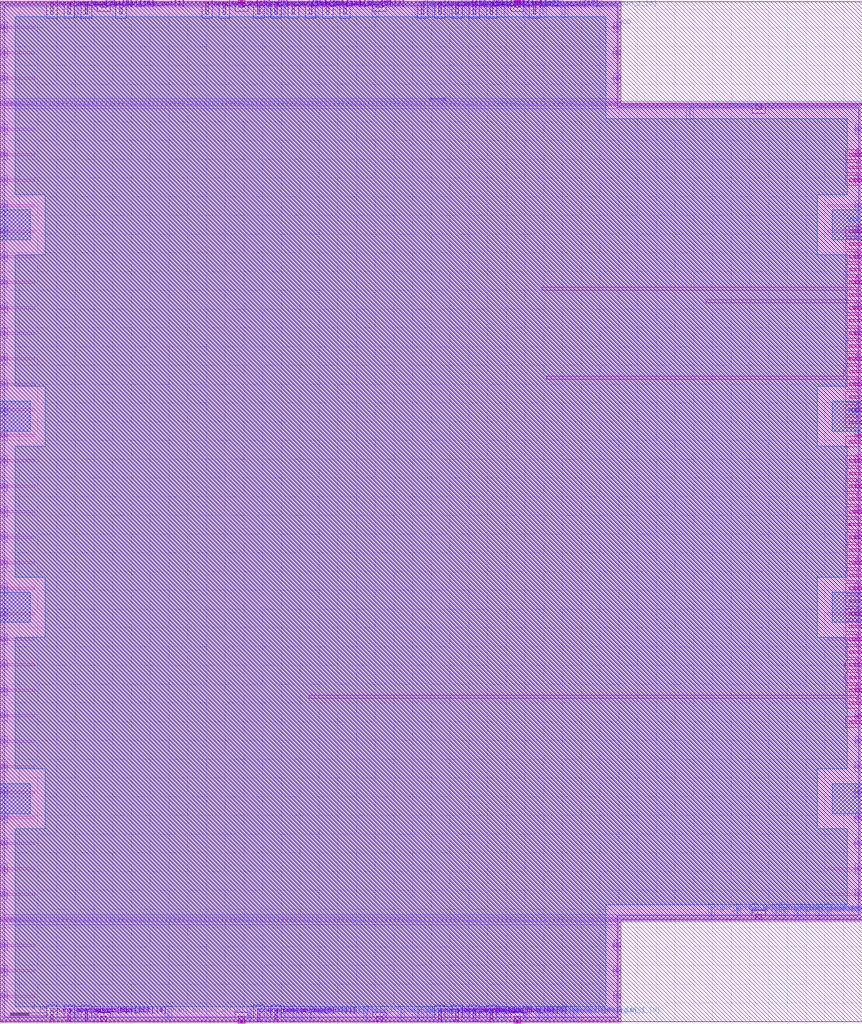
<source format=lef>
VERSION 5.7 ;
BUSBITCHARS "[]" ;

UNITS
  DATABASE MICRONS 1000 ;
END UNITS

MANUFACTURINGGRID 0.005 ;

LAYER li1
  TYPE ROUTING ;
  DIRECTION VERTICAL ;
  PITCH 0.46 ;
  WIDTH 0.17 ;
END li1

LAYER mcon
  TYPE CUT ;
END mcon

LAYER met1
  TYPE ROUTING ;
  DIRECTION HORIZONTAL ;
  PITCH 0.34 ;
  WIDTH 0.14 ;
END met1

LAYER via
  TYPE CUT ;
END via

LAYER met2
  TYPE ROUTING ;
  DIRECTION VERTICAL ;
  PITCH 0.46 ;
  WIDTH 0.14 ;
END met2

LAYER via2
  TYPE CUT ;
END via2

LAYER met3
  TYPE ROUTING ;
  DIRECTION HORIZONTAL ;
  PITCH 0.68 ;
  WIDTH 0.3 ;
END met3

LAYER via3
  TYPE CUT ;
END via3

LAYER met4
  TYPE ROUTING ;
  DIRECTION VERTICAL ;
  PITCH 0.92 ;
  WIDTH 0.3 ;
END met4

LAYER via4
  TYPE CUT ;
END via4

LAYER met5
  TYPE ROUTING ;
  DIRECTION HORIZONTAL ;
  PITCH 3.4 ;
  WIDTH 1.6 ;
END met5

LAYER nwell
  TYPE MASTERSLICE ;
END nwell

LAYER pwell
  TYPE MASTERSLICE ;
END pwell

LAYER OVERLAP
  TYPE OVERLAP ;
END OVERLAP

VIA L1M1_PR
  LAYER li1 ;
    RECT -0.085 -0.085 0.085 0.085 ;
  LAYER mcon ;
    RECT -0.085 -0.085 0.085 0.085 ;
  LAYER met1 ;
    RECT -0.145 -0.115 0.145 0.115 ;
END L1M1_PR

VIA L1M1_PR_R
  LAYER li1 ;
    RECT -0.085 -0.085 0.085 0.085 ;
  LAYER mcon ;
    RECT -0.085 -0.085 0.085 0.085 ;
  LAYER met1 ;
    RECT -0.115 -0.145 0.115 0.145 ;
END L1M1_PR_R

VIA L1M1_PR_M
  LAYER li1 ;
    RECT -0.085 -0.085 0.085 0.085 ;
  LAYER mcon ;
    RECT -0.085 -0.085 0.085 0.085 ;
  LAYER met1 ;
    RECT -0.115 -0.145 0.115 0.145 ;
END L1M1_PR_M

VIA L1M1_PR_MR
  LAYER li1 ;
    RECT -0.085 -0.085 0.085 0.085 ;
  LAYER mcon ;
    RECT -0.085 -0.085 0.085 0.085 ;
  LAYER met1 ;
    RECT -0.145 -0.115 0.145 0.115 ;
END L1M1_PR_MR

VIA L1M1_PR_C
  LAYER li1 ;
    RECT -0.085 -0.085 0.085 0.085 ;
  LAYER mcon ;
    RECT -0.085 -0.085 0.085 0.085 ;
  LAYER met1 ;
    RECT -0.145 -0.145 0.145 0.145 ;
END L1M1_PR_C

VIA M1M2_PR
  LAYER met1 ;
    RECT -0.16 -0.13 0.16 0.13 ;
  LAYER via ;
    RECT -0.075 -0.075 0.075 0.075 ;
  LAYER met2 ;
    RECT -0.13 -0.16 0.13 0.16 ;
END M1M2_PR

VIA M1M2_PR_Enc
  LAYER met1 ;
    RECT -0.16 -0.13 0.16 0.13 ;
  LAYER via ;
    RECT -0.075 -0.075 0.075 0.075 ;
  LAYER met2 ;
    RECT -0.16 -0.13 0.16 0.13 ;
END M1M2_PR_Enc

VIA M1M2_PR_R
  LAYER met1 ;
    RECT -0.13 -0.16 0.13 0.16 ;
  LAYER via ;
    RECT -0.075 -0.075 0.075 0.075 ;
  LAYER met2 ;
    RECT -0.16 -0.13 0.16 0.13 ;
END M1M2_PR_R

VIA M1M2_PR_R_Enc
  LAYER met1 ;
    RECT -0.13 -0.16 0.13 0.16 ;
  LAYER via ;
    RECT -0.075 -0.075 0.075 0.075 ;
  LAYER met2 ;
    RECT -0.13 -0.16 0.13 0.16 ;
END M1M2_PR_R_Enc

VIA M1M2_PR_M
  LAYER met1 ;
    RECT -0.16 -0.13 0.16 0.13 ;
  LAYER via ;
    RECT -0.075 -0.075 0.075 0.075 ;
  LAYER met2 ;
    RECT -0.16 -0.13 0.16 0.13 ;
END M1M2_PR_M

VIA M1M2_PR_M_Enc
  LAYER met1 ;
    RECT -0.16 -0.13 0.16 0.13 ;
  LAYER via ;
    RECT -0.075 -0.075 0.075 0.075 ;
  LAYER met2 ;
    RECT -0.13 -0.16 0.13 0.16 ;
END M1M2_PR_M_Enc

VIA M1M2_PR_MR
  LAYER met1 ;
    RECT -0.13 -0.16 0.13 0.16 ;
  LAYER via ;
    RECT -0.075 -0.075 0.075 0.075 ;
  LAYER met2 ;
    RECT -0.13 -0.16 0.13 0.16 ;
END M1M2_PR_MR

VIA M1M2_PR_MR_Enc
  LAYER met1 ;
    RECT -0.13 -0.16 0.13 0.16 ;
  LAYER via ;
    RECT -0.075 -0.075 0.075 0.075 ;
  LAYER met2 ;
    RECT -0.16 -0.13 0.16 0.13 ;
END M1M2_PR_MR_Enc

VIA M1M2_PR_C
  LAYER met1 ;
    RECT -0.16 -0.16 0.16 0.16 ;
  LAYER via ;
    RECT -0.075 -0.075 0.075 0.075 ;
  LAYER met2 ;
    RECT -0.16 -0.16 0.16 0.16 ;
END M1M2_PR_C

VIA M2M3_PR
  LAYER met2 ;
    RECT -0.14 -0.185 0.14 0.185 ;
  LAYER via2 ;
    RECT -0.1 -0.1 0.1 0.1 ;
  LAYER met3 ;
    RECT -0.165 -0.165 0.165 0.165 ;
END M2M3_PR

VIA M2M3_PR_R
  LAYER met2 ;
    RECT -0.185 -0.14 0.185 0.14 ;
  LAYER via2 ;
    RECT -0.1 -0.1 0.1 0.1 ;
  LAYER met3 ;
    RECT -0.165 -0.165 0.165 0.165 ;
END M2M3_PR_R

VIA M2M3_PR_M
  LAYER met2 ;
    RECT -0.14 -0.185 0.14 0.185 ;
  LAYER via2 ;
    RECT -0.1 -0.1 0.1 0.1 ;
  LAYER met3 ;
    RECT -0.165 -0.165 0.165 0.165 ;
END M2M3_PR_M

VIA M2M3_PR_MR
  LAYER met2 ;
    RECT -0.185 -0.14 0.185 0.14 ;
  LAYER via2 ;
    RECT -0.1 -0.1 0.1 0.1 ;
  LAYER met3 ;
    RECT -0.165 -0.165 0.165 0.165 ;
END M2M3_PR_MR

VIA M2M3_PR_C
  LAYER met2 ;
    RECT -0.185 -0.185 0.185 0.185 ;
  LAYER via2 ;
    RECT -0.1 -0.1 0.1 0.1 ;
  LAYER met3 ;
    RECT -0.165 -0.165 0.165 0.165 ;
END M2M3_PR_C

VIA M3M4_PR
  LAYER met3 ;
    RECT -0.19 -0.16 0.19 0.16 ;
  LAYER via3 ;
    RECT -0.1 -0.1 0.1 0.1 ;
  LAYER met4 ;
    RECT -0.165 -0.165 0.165 0.165 ;
END M3M4_PR

VIA M3M4_PR_R
  LAYER met3 ;
    RECT -0.16 -0.19 0.16 0.19 ;
  LAYER via3 ;
    RECT -0.1 -0.1 0.1 0.1 ;
  LAYER met4 ;
    RECT -0.165 -0.165 0.165 0.165 ;
END M3M4_PR_R

VIA M3M4_PR_M
  LAYER met3 ;
    RECT -0.19 -0.16 0.19 0.16 ;
  LAYER via3 ;
    RECT -0.1 -0.1 0.1 0.1 ;
  LAYER met4 ;
    RECT -0.165 -0.165 0.165 0.165 ;
END M3M4_PR_M

VIA M3M4_PR_MR
  LAYER met3 ;
    RECT -0.16 -0.19 0.16 0.19 ;
  LAYER via3 ;
    RECT -0.1 -0.1 0.1 0.1 ;
  LAYER met4 ;
    RECT -0.165 -0.165 0.165 0.165 ;
END M3M4_PR_MR

VIA M3M4_PR_C
  LAYER met3 ;
    RECT -0.19 -0.19 0.19 0.19 ;
  LAYER via3 ;
    RECT -0.1 -0.1 0.1 0.1 ;
  LAYER met4 ;
    RECT -0.165 -0.165 0.165 0.165 ;
END M3M4_PR_C

VIA M4M5_PR
  LAYER met4 ;
    RECT -0.59 -0.59 0.59 0.59 ;
  LAYER via4 ;
    RECT -0.4 -0.4 0.4 0.4 ;
  LAYER met5 ;
    RECT -0.71 -0.71 0.71 0.71 ;
END M4M5_PR

VIA M4M5_PR_R
  LAYER met4 ;
    RECT -0.59 -0.59 0.59 0.59 ;
  LAYER via4 ;
    RECT -0.4 -0.4 0.4 0.4 ;
  LAYER met5 ;
    RECT -0.71 -0.71 0.71 0.71 ;
END M4M5_PR_R

VIA M4M5_PR_M
  LAYER met4 ;
    RECT -0.59 -0.59 0.59 0.59 ;
  LAYER via4 ;
    RECT -0.4 -0.4 0.4 0.4 ;
  LAYER met5 ;
    RECT -0.71 -0.71 0.71 0.71 ;
END M4M5_PR_M

VIA M4M5_PR_MR
  LAYER met4 ;
    RECT -0.59 -0.59 0.59 0.59 ;
  LAYER via4 ;
    RECT -0.4 -0.4 0.4 0.4 ;
  LAYER met5 ;
    RECT -0.71 -0.71 0.71 0.71 ;
END M4M5_PR_MR

VIA M4M5_PR_C
  LAYER met4 ;
    RECT -0.59 -0.59 0.59 0.59 ;
  LAYER via4 ;
    RECT -0.4 -0.4 0.4 0.4 ;
  LAYER met5 ;
    RECT -0.71 -0.71 0.71 0.71 ;
END M4M5_PR_C

SITE unit
  CLASS CORE ;
  SYMMETRY Y ;
  SIZE 0.46 BY 2.72 ;
END unit

SITE unithddbl
  CLASS CORE ;
  SIZE 0.46 BY 5.44 ;
END unithddbl

MACRO sb_0__1_
  CLASS BLOCK ;
  ORIGIN 0 0 ;
  SIZE 92 BY 108.8 ;
  SYMMETRY X Y ;
  PIN prog_clk[0]
    DIRECTION INPUT ;
    USE CLOCK ;
    PORT
      LAYER met2 ;
        RECT 78.59 10.88 78.73 12.24 ;
    END
  END prog_clk[0]
  PIN chany_top_in[0]
    DIRECTION INPUT ;
    USE SIGNAL ;
    PORT
      LAYER met2 ;
        RECT 44.55 107.44 44.69 108.8 ;
    END
  END chany_top_in[0]
  PIN chany_top_in[1]
    DIRECTION INPUT ;
    USE SIGNAL ;
    PORT
      LAYER met2 ;
        RECT 53.75 107.44 53.89 108.8 ;
    END
  END chany_top_in[1]
  PIN chany_top_in[2]
    DIRECTION INPUT ;
    USE SIGNAL ;
    PORT
      LAYER met2 ;
        RECT 57.89 107.44 58.03 108.8 ;
    END
  END chany_top_in[2]
  PIN chany_top_in[3]
    DIRECTION INPUT ;
    USE SIGNAL ;
    PORT
      LAYER met2 ;
        RECT 46.39 107.44 46.53 108.8 ;
    END
  END chany_top_in[3]
  PIN chany_top_in[4]
    DIRECTION INPUT ;
    USE SIGNAL ;
    PORT
      LAYER met2 ;
        RECT 39.95 107.44 40.09 108.8 ;
    END
  END chany_top_in[4]
  PIN chany_top_in[5]
    DIRECTION INPUT ;
    USE SIGNAL ;
    PORT
      LAYER met2 ;
        RECT 27.53 107.44 27.67 108.8 ;
    END
  END chany_top_in[5]
  PIN chany_top_in[6]
    DIRECTION INPUT ;
    USE SIGNAL ;
    PORT
      LAYER met2 ;
        RECT 8.21 107.44 8.35 108.8 ;
    END
  END chany_top_in[6]
  PIN chany_top_in[7]
    DIRECTION INPUT ;
    USE SIGNAL ;
    PORT
      LAYER met2 ;
        RECT 28.45 107.44 28.59 108.8 ;
    END
  END chany_top_in[7]
  PIN chany_top_in[8]
    DIRECTION INPUT ;
    USE SIGNAL ;
    PORT
      LAYER met2 ;
        RECT 29.37 107.44 29.51 108.8 ;
    END
  END chany_top_in[8]
  PIN chany_top_in[9]
    DIRECTION INPUT ;
    USE SIGNAL ;
    PORT
      LAYER met4 ;
        RECT 36.65 107.44 36.95 108.8 ;
    END
  END chany_top_in[9]
  PIN chany_top_in[10]
    DIRECTION INPUT ;
    USE SIGNAL ;
    PORT
      LAYER met4 ;
        RECT 44.93 107.44 45.23 108.8 ;
    END
  END chany_top_in[10]
  PIN chany_top_in[11]
    DIRECTION INPUT ;
    USE SIGNAL ;
    PORT
      LAYER met2 ;
        RECT 50.07 107.44 50.21 108.8 ;
    END
  END chany_top_in[11]
  PIN chany_top_in[12]
    DIRECTION INPUT ;
    USE SIGNAL ;
    PORT
      LAYER met2 ;
        RECT 49.15 107.44 49.29 108.8 ;
    END
  END chany_top_in[12]
  PIN chany_top_in[13]
    DIRECTION INPUT ;
    USE SIGNAL ;
    PORT
      LAYER met2 ;
        RECT 56.97 107.44 57.11 108.8 ;
    END
  END chany_top_in[13]
  PIN chany_top_in[14]
    DIRECTION INPUT ;
    USE SIGNAL ;
    PORT
      LAYER met2 ;
        RECT 9.13 107.44 9.27 108.8 ;
    END
  END chany_top_in[14]
  PIN chany_top_in[15]
    DIRECTION INPUT ;
    USE SIGNAL ;
    PORT
      LAYER met2 ;
        RECT 30.29 107.44 30.43 108.8 ;
    END
  END chany_top_in[15]
  PIN chany_top_in[16]
    DIRECTION INPUT ;
    USE SIGNAL ;
    PORT
      LAYER met2 ;
        RECT 33.51 107.44 33.65 108.8 ;
    END
  END chany_top_in[16]
  PIN chany_top_in[17]
    DIRECTION INPUT ;
    USE SIGNAL ;
    PORT
      LAYER met4 ;
        RECT 56.89 107.44 57.19 108.8 ;
    END
  END chany_top_in[17]
  PIN chany_top_in[18]
    DIRECTION INPUT ;
    USE SIGNAL ;
    PORT
      LAYER met4 ;
        RECT 21.93 107.44 22.23 108.8 ;
    END
  END chany_top_in[18]
  PIN chany_top_in[19]
    DIRECTION INPUT ;
    USE SIGNAL ;
    PORT
      LAYER met2 ;
        RECT 52.83 107.44 52.97 108.8 ;
    END
  END chany_top_in[19]
  PIN top_left_grid_pin_1_[0]
    DIRECTION INPUT ;
    USE SIGNAL ;
    PORT
      LAYER met2 ;
        RECT 60.19 107.44 60.33 108.8 ;
    END
  END top_left_grid_pin_1_[0]
  PIN chanx_right_in[0]
    DIRECTION INPUT ;
    USE SIGNAL ;
    PORT
      LAYER met3 ;
        RECT 90.62 66.49 92 66.79 ;
    END
  END chanx_right_in[0]
  PIN chanx_right_in[1]
    DIRECTION INPUT ;
    USE SIGNAL ;
    PORT
      LAYER met3 ;
        RECT 90.62 82.81 92 83.11 ;
    END
  END chanx_right_in[1]
  PIN chanx_right_in[2]
    DIRECTION INPUT ;
    USE SIGNAL ;
    PORT
      LAYER met3 ;
        RECT 90.62 92.33 92 92.63 ;
    END
  END chanx_right_in[2]
  PIN chanx_right_in[3]
    DIRECTION INPUT ;
    USE SIGNAL ;
    PORT
      LAYER met3 ;
        RECT 90.62 36.57 92 36.87 ;
    END
  END chanx_right_in[3]
  PIN chanx_right_in[4]
    DIRECTION INPUT ;
    USE SIGNAL ;
    PORT
      LAYER met3 ;
        RECT 90.62 74.65 92 74.95 ;
    END
  END chanx_right_in[4]
  PIN chanx_right_in[5]
    DIRECTION INPUT ;
    USE SIGNAL ;
    PORT
      LAYER met3 ;
        RECT 90.62 77.37 92 77.67 ;
    END
  END chanx_right_in[5]
  PIN chanx_right_in[6]
    DIRECTION INPUT ;
    USE SIGNAL ;
    PORT
      LAYER met3 ;
        RECT 90.62 33.85 92 34.15 ;
    END
  END chanx_right_in[6]
  PIN chanx_right_in[7]
    DIRECTION INPUT ;
    USE SIGNAL ;
    PORT
      LAYER met3 ;
        RECT 90.62 46.09 92 46.39 ;
    END
  END chanx_right_in[7]
  PIN chanx_right_in[8]
    DIRECTION INPUT ;
    USE SIGNAL ;
    PORT
      LAYER met3 ;
        RECT 90.62 56.97 92 57.27 ;
    END
  END chanx_right_in[8]
  PIN chanx_right_in[9]
    DIRECTION INPUT ;
    USE SIGNAL ;
    PORT
      LAYER met3 ;
        RECT 90.62 73.29 92 73.59 ;
    END
  END chanx_right_in[9]
  PIN chanx_right_in[10]
    DIRECTION INPUT ;
    USE SIGNAL ;
    PORT
      LAYER met3 ;
        RECT 90.62 84.17 92 84.47 ;
    END
  END chanx_right_in[10]
  PIN chanx_right_in[11]
    DIRECTION INPUT ;
    USE SIGNAL ;
    PORT
      LAYER met3 ;
        RECT 90.62 90.97 92 91.27 ;
    END
  END chanx_right_in[11]
  PIN chanx_right_in[12]
    DIRECTION INPUT ;
    USE SIGNAL ;
    PORT
      LAYER met3 ;
        RECT 90.62 81.45 92 81.75 ;
    END
  END chanx_right_in[12]
  PIN chanx_right_in[13]
    DIRECTION INPUT ;
    USE SIGNAL ;
    PORT
      LAYER met3 ;
        RECT 90.62 44.73 92 45.03 ;
    END
  END chanx_right_in[13]
  PIN chanx_right_in[14]
    DIRECTION INPUT ;
    USE SIGNAL ;
    PORT
      LAYER met3 ;
        RECT 90.62 31.81 92 32.11 ;
    END
  END chanx_right_in[14]
  PIN chanx_right_in[15]
    DIRECTION INPUT ;
    USE SIGNAL ;
    PORT
      LAYER met3 ;
        RECT 90.62 61.73 92 62.03 ;
    END
  END chanx_right_in[15]
  PIN chanx_right_in[16]
    DIRECTION INPUT ;
    USE SIGNAL ;
    PORT
      LAYER met3 ;
        RECT 90.62 65.13 92 65.43 ;
    END
  END chanx_right_in[16]
  PIN chanx_right_in[17]
    DIRECTION INPUT ;
    USE SIGNAL ;
    PORT
      LAYER met3 ;
        RECT 90.62 48.81 92 49.11 ;
    END
  END chanx_right_in[17]
  PIN chanx_right_in[18]
    DIRECTION INPUT ;
    USE SIGNAL ;
    PORT
      LAYER met3 ;
        RECT 90.62 69.21 92 69.51 ;
    END
  END chanx_right_in[18]
  PIN chanx_right_in[19]
    DIRECTION INPUT ;
    USE SIGNAL ;
    PORT
      LAYER met3 ;
        RECT 90.62 89.61 92 89.91 ;
    END
  END chanx_right_in[19]
  PIN right_bottom_grid_pin_34_[0]
    DIRECTION INPUT ;
    USE SIGNAL ;
    PORT
      LAYER met2 ;
        RECT 83.65 10.88 83.79 12.24 ;
    END
  END right_bottom_grid_pin_34_[0]
  PIN right_bottom_grid_pin_35_[0]
    DIRECTION INPUT ;
    USE SIGNAL ;
    PORT
      LAYER met2 ;
        RECT 85.95 10.88 86.09 12.24 ;
    END
  END right_bottom_grid_pin_35_[0]
  PIN right_bottom_grid_pin_36_[0]
    DIRECTION INPUT ;
    USE SIGNAL ;
    PORT
      LAYER met2 ;
        RECT 88.25 10.88 88.39 12.24 ;
    END
  END right_bottom_grid_pin_36_[0]
  PIN right_bottom_grid_pin_37_[0]
    DIRECTION INPUT ;
    USE SIGNAL ;
    PORT
      LAYER met2 ;
        RECT 82.73 10.88 82.87 12.24 ;
    END
  END right_bottom_grid_pin_37_[0]
  PIN right_bottom_grid_pin_38_[0]
    DIRECTION INPUT ;
    USE SIGNAL ;
    PORT
      LAYER met2 ;
        RECT 85.03 10.88 85.17 12.24 ;
    END
  END right_bottom_grid_pin_38_[0]
  PIN right_bottom_grid_pin_39_[0]
    DIRECTION INPUT ;
    USE SIGNAL ;
    PORT
      LAYER met2 ;
        RECT 87.33 10.88 87.47 12.24 ;
    END
  END right_bottom_grid_pin_39_[0]
  PIN right_bottom_grid_pin_40_[0]
    DIRECTION INPUT ;
    USE SIGNAL ;
    PORT
      LAYER met2 ;
        RECT 75.83 10.88 75.97 12.24 ;
    END
  END right_bottom_grid_pin_40_[0]
  PIN right_bottom_grid_pin_41_[0]
    DIRECTION INPUT ;
    USE SIGNAL ;
    PORT
      LAYER met2 ;
        RECT 80.43 10.88 80.57 12.24 ;
    END
  END right_bottom_grid_pin_41_[0]
  PIN chany_bottom_in[0]
    DIRECTION INPUT ;
    USE SIGNAL ;
    PORT
      LAYER met2 ;
        RECT 61.11 0 61.25 1.36 ;
    END
  END chany_bottom_in[0]
  PIN chany_bottom_in[1]
    DIRECTION INPUT ;
    USE SIGNAL ;
    PORT
      LAYER met2 ;
        RECT 60.19 0 60.33 1.36 ;
    END
  END chany_bottom_in[1]
  PIN chany_bottom_in[2]
    DIRECTION INPUT ;
    USE SIGNAL ;
    PORT
      LAYER met2 ;
        RECT 44.55 0 44.69 1.36 ;
    END
  END chany_bottom_in[2]
  PIN chany_bottom_in[3]
    DIRECTION INPUT ;
    USE SIGNAL ;
    PORT
      LAYER met2 ;
        RECT 46.39 0 46.53 1.36 ;
    END
  END chany_bottom_in[3]
  PIN chany_bottom_in[4]
    DIRECTION INPUT ;
    USE SIGNAL ;
    PORT
      LAYER met2 ;
        RECT 58.35 0 58.49 1.36 ;
    END
  END chany_bottom_in[4]
  PIN chany_bottom_in[5]
    DIRECTION INPUT ;
    USE SIGNAL ;
    PORT
      LAYER met2 ;
        RECT 27.53 0 27.67 1.36 ;
    END
  END chany_bottom_in[5]
  PIN chany_bottom_in[6]
    DIRECTION INPUT ;
    USE SIGNAL ;
    PORT
      LAYER met2 ;
        RECT 33.05 0 33.19 1.36 ;
    END
  END chany_bottom_in[6]
  PIN chany_bottom_in[7]
    DIRECTION INPUT ;
    USE SIGNAL ;
    PORT
      LAYER met2 ;
        RECT 52.83 0 52.97 1.36 ;
    END
  END chany_bottom_in[7]
  PIN chany_bottom_in[8]
    DIRECTION INPUT ;
    USE SIGNAL ;
    PORT
      LAYER met2 ;
        RECT 10.05 0 10.19 1.36 ;
    END
  END chany_bottom_in[8]
  PIN chany_bottom_in[9]
    DIRECTION INPUT ;
    USE SIGNAL ;
    PORT
      LAYER met2 ;
        RECT 26.61 0 26.75 1.36 ;
    END
  END chany_bottom_in[9]
  PIN chany_bottom_in[10]
    DIRECTION INPUT ;
    USE SIGNAL ;
    PORT
      LAYER met2 ;
        RECT 17.87 0 18.01 1.36 ;
    END
  END chany_bottom_in[10]
  PIN chany_bottom_in[11]
    DIRECTION INPUT ;
    USE SIGNAL ;
    PORT
      LAYER met2 ;
        RECT 48.23 0 48.37 1.36 ;
    END
  END chany_bottom_in[11]
  PIN chany_bottom_in[12]
    DIRECTION INPUT ;
    USE SIGNAL ;
    PORT
      LAYER met2 ;
        RECT 45.47 0 45.61 1.36 ;
    END
  END chany_bottom_in[12]
  PIN chany_bottom_in[13]
    DIRECTION INPUT ;
    USE SIGNAL ;
    PORT
      LAYER met2 ;
        RECT 32.13 0 32.27 1.36 ;
    END
  END chany_bottom_in[13]
  PIN chany_bottom_in[14]
    DIRECTION INPUT ;
    USE SIGNAL ;
    PORT
      LAYER met2 ;
        RECT 29.37 0 29.51 1.36 ;
    END
  END chany_bottom_in[14]
  PIN chany_bottom_in[15]
    DIRECTION INPUT ;
    USE SIGNAL ;
    PORT
      LAYER met2 ;
        RECT 30.29 0 30.43 1.36 ;
    END
  END chany_bottom_in[15]
  PIN chany_bottom_in[16]
    DIRECTION INPUT ;
    USE SIGNAL ;
    PORT
      LAYER met2 ;
        RECT 39.03 0 39.17 1.36 ;
    END
  END chany_bottom_in[16]
  PIN chany_bottom_in[17]
    DIRECTION INPUT ;
    USE SIGNAL ;
    PORT
      LAYER met2 ;
        RECT 8.21 0 8.35 1.36 ;
    END
  END chany_bottom_in[17]
  PIN chany_bottom_in[18]
    DIRECTION INPUT ;
    USE SIGNAL ;
    PORT
      LAYER met2 ;
        RECT 7.29 0 7.43 1.36 ;
    END
  END chany_bottom_in[18]
  PIN chany_bottom_in[19]
    DIRECTION INPUT ;
    USE SIGNAL ;
    PORT
      LAYER met2 ;
        RECT 31.21 0 31.35 1.36 ;
    END
  END chany_bottom_in[19]
  PIN bottom_left_grid_pin_1_[0]
    DIRECTION INPUT ;
    USE SIGNAL ;
    PORT
      LAYER met2 ;
        RECT 59.27 0 59.41 1.36 ;
    END
  END bottom_left_grid_pin_1_[0]
  PIN ccff_head[0]
    DIRECTION INPUT ;
    USE SIGNAL ;
    PORT
      LAYER met3 ;
        RECT 90.62 43.37 92 43.67 ;
    END
  END ccff_head[0]
  PIN chany_top_out[0]
    DIRECTION OUTPUT ;
    USE SIGNAL ;
    PORT
      LAYER met2 ;
        RECT 45.47 107.44 45.61 108.8 ;
    END
  END chany_top_out[0]
  PIN chany_top_out[1]
    DIRECTION OUTPUT ;
    USE SIGNAL ;
    PORT
      LAYER met4 ;
        RECT 12.73 107.44 13.03 108.8 ;
    END
  END chany_top_out[1]
  PIN chany_top_out[2]
    DIRECTION OUTPUT ;
    USE SIGNAL ;
    PORT
      LAYER met2 ;
        RECT 47.31 107.44 47.45 108.8 ;
    END
  END chany_top_out[2]
  PIN chany_top_out[3]
    DIRECTION OUTPUT ;
    USE SIGNAL ;
    PORT
      LAYER met4 ;
        RECT 5.37 107.44 5.67 108.8 ;
    END
  END chany_top_out[3]
  PIN chany_top_out[4]
    DIRECTION OUTPUT ;
    USE SIGNAL ;
    PORT
      LAYER met2 ;
        RECT 56.05 107.44 56.19 108.8 ;
    END
  END chany_top_out[4]
  PIN chany_top_out[5]
    DIRECTION OUTPUT ;
    USE SIGNAL ;
    PORT
      LAYER met4 ;
        RECT 46.77 107.44 47.07 108.8 ;
    END
  END chany_top_out[5]
  PIN chany_top_out[6]
    DIRECTION OUTPUT ;
    USE SIGNAL ;
    PORT
      LAYER met4 ;
        RECT 34.81 107.44 35.11 108.8 ;
    END
  END chany_top_out[6]
  PIN chany_top_out[7]
    DIRECTION OUTPUT ;
    USE SIGNAL ;
    PORT
      LAYER met4 ;
        RECT 23.77 107.44 24.07 108.8 ;
    END
  END chany_top_out[7]
  PIN chany_top_out[8]
    DIRECTION OUTPUT ;
    USE SIGNAL ;
    PORT
      LAYER met4 ;
        RECT 7.21 107.44 7.51 108.8 ;
    END
  END chany_top_out[8]
  PIN chany_top_out[9]
    DIRECTION OUTPUT ;
    USE SIGNAL ;
    PORT
      LAYER met4 ;
        RECT 32.97 107.44 33.27 108.8 ;
    END
  END chany_top_out[9]
  PIN chany_top_out[10]
    DIRECTION OUTPUT ;
    USE SIGNAL ;
    PORT
      LAYER met2 ;
        RECT 48.23 107.44 48.37 108.8 ;
    END
  END chany_top_out[10]
  PIN chany_top_out[11]
    DIRECTION OUTPUT ;
    USE SIGNAL ;
    PORT
      LAYER met4 ;
        RECT 48.61 107.44 48.91 108.8 ;
    END
  END chany_top_out[11]
  PIN chany_top_out[12]
    DIRECTION OUTPUT ;
    USE SIGNAL ;
    PORT
      LAYER met2 ;
        RECT 50.99 107.44 51.13 108.8 ;
    END
  END chany_top_out[12]
  PIN chany_top_out[13]
    DIRECTION OUTPUT ;
    USE SIGNAL ;
    PORT
      LAYER met4 ;
        RECT 31.13 107.44 31.43 108.8 ;
    END
  END chany_top_out[13]
  PIN chany_top_out[14]
    DIRECTION OUTPUT ;
    USE SIGNAL ;
    PORT
      LAYER met4 ;
        RECT 9.05 107.44 9.35 108.8 ;
    END
  END chany_top_out[14]
  PIN chany_top_out[15]
    DIRECTION OUTPUT ;
    USE SIGNAL ;
    PORT
      LAYER met4 ;
        RECT 27.45 107.44 27.75 108.8 ;
    END
  END chany_top_out[15]
  PIN chany_top_out[16]
    DIRECTION OUTPUT ;
    USE SIGNAL ;
    PORT
      LAYER met2 ;
        RECT 51.91 107.44 52.05 108.8 ;
    END
  END chany_top_out[16]
  PIN chany_top_out[17]
    DIRECTION OUTPUT ;
    USE SIGNAL ;
    PORT
      LAYER met4 ;
        RECT 52.29 107.44 52.59 108.8 ;
    END
  END chany_top_out[17]
  PIN chany_top_out[18]
    DIRECTION OUTPUT ;
    USE SIGNAL ;
    PORT
      LAYER met4 ;
        RECT 50.45 107.44 50.75 108.8 ;
    END
  END chany_top_out[18]
  PIN chany_top_out[19]
    DIRECTION OUTPUT ;
    USE SIGNAL ;
    PORT
      LAYER met4 ;
        RECT 29.29 107.44 29.59 108.8 ;
    END
  END chany_top_out[19]
  PIN chanx_right_out[0]
    DIRECTION OUTPUT ;
    USE SIGNAL ;
    PORT
      LAYER met3 ;
        RECT 90.62 70.57 92 70.87 ;
    END
  END chanx_right_out[0]
  PIN chanx_right_out[1]
    DIRECTION OUTPUT ;
    USE SIGNAL ;
    PORT
      LAYER met3 ;
        RECT 90.62 55.61 92 55.91 ;
    END
  END chanx_right_out[1]
  PIN chanx_right_out[2]
    DIRECTION OUTPUT ;
    USE SIGNAL ;
    PORT
      LAYER met3 ;
        RECT 90.62 71.93 92 72.23 ;
    END
  END chanx_right_out[2]
  PIN chanx_right_out[3]
    DIRECTION OUTPUT ;
    USE SIGNAL ;
    PORT
      LAYER met3 ;
        RECT 90.62 54.25 92 54.55 ;
    END
  END chanx_right_out[3]
  PIN chanx_right_out[4]
    DIRECTION OUTPUT ;
    USE SIGNAL ;
    PORT
      LAYER met3 ;
        RECT 90.62 37.93 92 38.23 ;
    END
  END chanx_right_out[4]
  PIN chanx_right_out[5]
    DIRECTION OUTPUT ;
    USE SIGNAL ;
    PORT
      LAYER met3 ;
        RECT 90.62 80.09 92 80.39 ;
    END
  END chanx_right_out[5]
  PIN chanx_right_out[6]
    DIRECTION OUTPUT ;
    USE SIGNAL ;
    PORT
      LAYER met3 ;
        RECT 90.62 50.17 92 50.47 ;
    END
  END chanx_right_out[6]
  PIN chanx_right_out[7]
    DIRECTION OUTPUT ;
    USE SIGNAL ;
    PORT
      LAYER met3 ;
        RECT 90.62 63.77 92 64.07 ;
    END
  END chanx_right_out[7]
  PIN chanx_right_out[8]
    DIRECTION OUTPUT ;
    USE SIGNAL ;
    PORT
      LAYER met3 ;
        RECT 90.62 42.01 92 42.31 ;
    END
  END chanx_right_out[8]
  PIN chanx_right_out[9]
    DIRECTION OUTPUT ;
    USE SIGNAL ;
    PORT
      LAYER met3 ;
        RECT 90.62 51.53 92 51.83 ;
    END
  END chanx_right_out[9]
  PIN chanx_right_out[10]
    DIRECTION OUTPUT ;
    USE SIGNAL ;
    PORT
      LAYER met3 ;
        RECT 90.62 52.89 92 53.19 ;
    END
  END chanx_right_out[10]
  PIN chanx_right_out[11]
    DIRECTION OUTPUT ;
    USE SIGNAL ;
    PORT
      LAYER met3 ;
        RECT 90.62 39.29 92 39.59 ;
    END
  END chanx_right_out[11]
  PIN chanx_right_out[12]
    DIRECTION OUTPUT ;
    USE SIGNAL ;
    PORT
      LAYER met3 ;
        RECT 90.62 78.73 92 79.03 ;
    END
  END chanx_right_out[12]
  PIN chanx_right_out[13]
    DIRECTION OUTPUT ;
    USE SIGNAL ;
    PORT
      LAYER met3 ;
        RECT 90.62 67.85 92 68.15 ;
    END
  END chanx_right_out[13]
  PIN chanx_right_out[14]
    DIRECTION OUTPUT ;
    USE SIGNAL ;
    PORT
      LAYER met3 ;
        RECT 90.62 35.21 92 35.51 ;
    END
  END chanx_right_out[14]
  PIN chanx_right_out[15]
    DIRECTION OUTPUT ;
    USE SIGNAL ;
    PORT
      LAYER met3 ;
        RECT 90.62 40.65 92 40.95 ;
    END
  END chanx_right_out[15]
  PIN chanx_right_out[16]
    DIRECTION OUTPUT ;
    USE SIGNAL ;
    PORT
      LAYER met3 ;
        RECT 90.62 58.33 92 58.63 ;
    END
  END chanx_right_out[16]
  PIN chanx_right_out[17]
    DIRECTION OUTPUT ;
    USE SIGNAL ;
    PORT
      LAYER met3 ;
        RECT 90.62 47.45 92 47.75 ;
    END
  END chanx_right_out[17]
  PIN chanx_right_out[18]
    DIRECTION OUTPUT ;
    USE SIGNAL ;
    PORT
      LAYER met3 ;
        RECT 90.62 59.69 92 59.99 ;
    END
  END chanx_right_out[18]
  PIN chanx_right_out[19]
    DIRECTION OUTPUT ;
    USE SIGNAL ;
    PORT
      LAYER met3 ;
        RECT 90.62 76.01 92 76.31 ;
    END
  END chanx_right_out[19]
  PIN chany_bottom_out[0]
    DIRECTION OUTPUT ;
    USE SIGNAL ;
    PORT
      LAYER met2 ;
        RECT 47.31 0 47.45 1.36 ;
    END
  END chany_bottom_out[0]
  PIN chany_bottom_out[1]
    DIRECTION OUTPUT ;
    USE SIGNAL ;
    PORT
      LAYER met2 ;
        RECT 49.15 0 49.29 1.36 ;
    END
  END chany_bottom_out[1]
  PIN chany_bottom_out[2]
    DIRECTION OUTPUT ;
    USE SIGNAL ;
    PORT
      LAYER met2 ;
        RECT 53.75 0 53.89 1.36 ;
    END
  END chany_bottom_out[2]
  PIN chany_bottom_out[3]
    DIRECTION OUTPUT ;
    USE SIGNAL ;
    PORT
      LAYER met4 ;
        RECT 46.77 0 47.07 1.36 ;
    END
  END chany_bottom_out[3]
  PIN chany_bottom_out[4]
    DIRECTION OUTPUT ;
    USE SIGNAL ;
    PORT
      LAYER met2 ;
        RECT 57.43 0 57.57 1.36 ;
    END
  END chany_bottom_out[4]
  PIN chany_bottom_out[5]
    DIRECTION OUTPUT ;
    USE SIGNAL ;
    PORT
      LAYER met4 ;
        RECT 5.37 0 5.67 1.36 ;
    END
  END chany_bottom_out[5]
  PIN chany_bottom_out[6]
    DIRECTION OUTPUT ;
    USE SIGNAL ;
    PORT
      LAYER met4 ;
        RECT 27.45 0 27.75 1.36 ;
    END
  END chany_bottom_out[6]
  PIN chany_bottom_out[7]
    DIRECTION OUTPUT ;
    USE SIGNAL ;
    PORT
      LAYER met4 ;
        RECT 48.61 0 48.91 1.36 ;
    END
  END chany_bottom_out[7]
  PIN chany_bottom_out[8]
    DIRECTION OUTPUT ;
    USE SIGNAL ;
    PORT
      LAYER met2 ;
        RECT 51.91 0 52.05 1.36 ;
    END
  END chany_bottom_out[8]
  PIN chany_bottom_out[9]
    DIRECTION OUTPUT ;
    USE SIGNAL ;
    PORT
      LAYER met4 ;
        RECT 52.29 0 52.59 1.36 ;
    END
  END chany_bottom_out[9]
  PIN chany_bottom_out[10]
    DIRECTION OUTPUT ;
    USE SIGNAL ;
    PORT
      LAYER met2 ;
        RECT 56.05 0 56.19 1.36 ;
    END
  END chany_bottom_out[10]
  PIN chany_bottom_out[11]
    DIRECTION OUTPUT ;
    USE SIGNAL ;
    PORT
      LAYER met4 ;
        RECT 29.29 0 29.59 1.36 ;
    END
  END chany_bottom_out[11]
  PIN chany_bottom_out[12]
    DIRECTION OUTPUT ;
    USE SIGNAL ;
    PORT
      LAYER met2 ;
        RECT 28.45 0 28.59 1.36 ;
    END
  END chany_bottom_out[12]
  PIN chany_bottom_out[13]
    DIRECTION OUTPUT ;
    USE SIGNAL ;
    PORT
      LAYER met4 ;
        RECT 7.21 0 7.51 1.36 ;
    END
  END chany_bottom_out[13]
  PIN chany_bottom_out[14]
    DIRECTION OUTPUT ;
    USE SIGNAL ;
    PORT
      LAYER met4 ;
        RECT 9.05 0 9.35 1.36 ;
    END
  END chany_bottom_out[14]
  PIN chany_bottom_out[15]
    DIRECTION OUTPUT ;
    USE SIGNAL ;
    PORT
      LAYER met4 ;
        RECT 50.45 0 50.75 1.36 ;
    END
  END chany_bottom_out[15]
  PIN chany_bottom_out[16]
    DIRECTION OUTPUT ;
    USE SIGNAL ;
    PORT
      LAYER met2 ;
        RECT 42.71 0 42.85 1.36 ;
    END
  END chany_bottom_out[16]
  PIN chany_bottom_out[17]
    DIRECTION OUTPUT ;
    USE SIGNAL ;
    PORT
      LAYER met2 ;
        RECT 50.07 0 50.21 1.36 ;
    END
  END chany_bottom_out[17]
  PIN chany_bottom_out[18]
    DIRECTION OUTPUT ;
    USE SIGNAL ;
    PORT
      LAYER met2 ;
        RECT 9.13 0 9.27 1.36 ;
    END
  END chany_bottom_out[18]
  PIN chany_bottom_out[19]
    DIRECTION OUTPUT ;
    USE SIGNAL ;
    PORT
      LAYER met2 ;
        RECT 50.99 0 51.13 1.36 ;
    END
  END chany_bottom_out[19]
  PIN ccff_tail[0]
    DIRECTION OUTPUT ;
    USE SIGNAL ;
    PORT
      LAYER met2 ;
        RECT 40.87 0 41.01 1.36 ;
    END
  END ccff_tail[0]
  PIN VDD
    DIRECTION INPUT ;
    USE POWER ;
    PORT
      LAYER met1 ;
        RECT 0 2.48 0.48 2.96 ;
        RECT 65.76 2.48 66.24 2.96 ;
        RECT 0 7.92 0.48 8.4 ;
        RECT 65.76 7.92 66.24 8.4 ;
        RECT 0 13.36 0.48 13.84 ;
        RECT 91.52 13.36 92 13.84 ;
        RECT 0 18.8 0.48 19.28 ;
        RECT 91.52 18.8 92 19.28 ;
        RECT 0 24.24 0.48 24.72 ;
        RECT 91.52 24.24 92 24.72 ;
        RECT 0 29.68 0.48 30.16 ;
        RECT 91.52 29.68 92 30.16 ;
        RECT 0 35.12 0.48 35.6 ;
        RECT 91.52 35.12 92 35.6 ;
        RECT 0 40.56 0.48 41.04 ;
        RECT 91.52 40.56 92 41.04 ;
        RECT 0 46 0.48 46.48 ;
        RECT 91.52 46 92 46.48 ;
        RECT 0 51.44 0.48 51.92 ;
        RECT 91.52 51.44 92 51.92 ;
        RECT 0 56.88 0.48 57.36 ;
        RECT 91.52 56.88 92 57.36 ;
        RECT 0 62.32 0.48 62.8 ;
        RECT 91.52 62.32 92 62.8 ;
        RECT 0 67.76 0.48 68.24 ;
        RECT 91.52 67.76 92 68.24 ;
        RECT 0 73.2 0.48 73.68 ;
        RECT 91.52 73.2 92 73.68 ;
        RECT 0 78.64 0.48 79.12 ;
        RECT 91.52 78.64 92 79.12 ;
        RECT 0 84.08 0.48 84.56 ;
        RECT 91.52 84.08 92 84.56 ;
        RECT 0 89.52 0.48 90 ;
        RECT 91.52 89.52 92 90 ;
        RECT 0 94.96 0.48 95.44 ;
        RECT 91.52 94.96 92 95.44 ;
        RECT 0 100.4 0.48 100.88 ;
        RECT 65.76 100.4 66.24 100.88 ;
        RECT 0 105.84 0.48 106.32 ;
        RECT 65.76 105.84 66.24 106.32 ;
      LAYER met4 ;
        RECT 10.74 0 11.34 0.6 ;
        RECT 40.18 0 40.78 0.6 ;
        RECT 80.66 10.88 81.26 11.48 ;
        RECT 80.66 97.32 81.26 97.92 ;
        RECT 10.74 108.2 11.34 108.8 ;
        RECT 40.18 108.2 40.78 108.8 ;
      LAYER met5 ;
        RECT 0 22.2 3.2 25.4 ;
        RECT 88.8 22.2 92 25.4 ;
        RECT 0 63 3.2 66.2 ;
        RECT 88.8 63 92 66.2 ;
    END
  END VDD
  PIN VSS
    DIRECTION INPUT ;
    USE GROUND ;
    PORT
      LAYER met1 ;
        RECT 0 0 66.24 0.24 ;
        RECT 0 5.2 0.48 5.68 ;
        RECT 65.76 5.2 66.24 5.68 ;
        RECT 0 10.64 92 11.12 ;
        RECT 0 16.08 0.48 16.56 ;
        RECT 91.52 16.08 92 16.56 ;
        RECT 0 21.52 0.48 22 ;
        RECT 91.52 21.52 92 22 ;
        RECT 0 26.96 0.48 27.44 ;
        RECT 91.52 26.96 92 27.44 ;
        RECT 0 32.4 0.48 32.88 ;
        RECT 91.52 32.4 92 32.88 ;
        RECT 0 37.84 0.48 38.32 ;
        RECT 91.52 37.84 92 38.32 ;
        RECT 0 43.28 0.48 43.76 ;
        RECT 91.52 43.28 92 43.76 ;
        RECT 0 48.72 0.48 49.2 ;
        RECT 91.52 48.72 92 49.2 ;
        RECT 0 54.16 0.48 54.64 ;
        RECT 91.52 54.16 92 54.64 ;
        RECT 0 59.6 0.48 60.08 ;
        RECT 91.52 59.6 92 60.08 ;
        RECT 0 65.04 0.48 65.52 ;
        RECT 91.52 65.04 92 65.52 ;
        RECT 0 70.48 0.48 70.96 ;
        RECT 91.52 70.48 92 70.96 ;
        RECT 0 75.92 0.48 76.4 ;
        RECT 91.52 75.92 92 76.4 ;
        RECT 0 81.36 0.48 81.84 ;
        RECT 91.52 81.36 92 81.84 ;
        RECT 0 86.8 0.48 87.28 ;
        RECT 91.52 86.8 92 87.28 ;
        RECT 0 92.24 0.48 92.72 ;
        RECT 91.52 92.24 92 92.72 ;
        RECT 0 97.68 92 98.16 ;
        RECT 0 103.12 0.48 103.6 ;
        RECT 65.76 103.12 66.24 103.6 ;
        RECT 0 108.56 66.24 108.8 ;
      LAYER met4 ;
        RECT 25.46 0 26.06 0.6 ;
        RECT 54.9 0 55.5 0.6 ;
        RECT 25.46 108.2 26.06 108.8 ;
        RECT 54.9 108.2 55.5 108.8 ;
      LAYER met5 ;
        RECT 0 42.6 3.2 45.8 ;
        RECT 88.8 42.6 92 45.8 ;
        RECT 0 83.4 3.2 86.6 ;
        RECT 88.8 83.4 92 86.6 ;
    END
  END VSS
  PIN prog_clk__FEEDTHRU_1[0]
    DIRECTION OUTPUT ;
    USE CLOCK ;
    PORT
      LAYER met2 ;
        RECT 73.53 96.56 73.67 97.92 ;
    END
  END prog_clk__FEEDTHRU_1[0]
  OBS
    LAYER li1 ;
      RECT 0 108.715 66.24 108.885 ;
      RECT 65.32 105.995 66.24 106.165 ;
      RECT 0 105.995 3.68 106.165 ;
      RECT 65.32 103.275 66.24 103.445 ;
      RECT 0 103.275 3.68 103.445 ;
      RECT 65.32 100.555 66.24 100.725 ;
      RECT 0 100.555 3.68 100.725 ;
      RECT 63.02 97.835 92 98.005 ;
      RECT 0 97.835 3.68 98.005 ;
      RECT 91.54 95.115 92 95.285 ;
      RECT 0 95.115 3.68 95.285 ;
      RECT 91.08 92.395 92 92.565 ;
      RECT 0 92.395 3.68 92.565 ;
      RECT 91.08 89.675 92 89.845 ;
      RECT 0 89.675 3.68 89.845 ;
      RECT 88.32 86.955 92 87.125 ;
      RECT 0 86.955 3.68 87.125 ;
      RECT 88.32 84.235 92 84.405 ;
      RECT 0 84.235 3.68 84.405 ;
      RECT 91.08 81.515 92 81.685 ;
      RECT 0 81.515 3.68 81.685 ;
      RECT 91.08 78.795 92 78.965 ;
      RECT 0 78.795 3.68 78.965 ;
      RECT 91.08 76.075 92 76.245 ;
      RECT 0 76.075 3.68 76.245 ;
      RECT 91.08 73.355 92 73.525 ;
      RECT 0 73.355 3.68 73.525 ;
      RECT 91.08 70.635 92 70.805 ;
      RECT 0 70.635 3.68 70.805 ;
      RECT 91.08 67.915 92 68.085 ;
      RECT 0 67.915 3.68 68.085 ;
      RECT 91.54 65.195 92 65.365 ;
      RECT 0 65.195 3.68 65.365 ;
      RECT 91.54 62.475 92 62.645 ;
      RECT 0 62.475 3.68 62.645 ;
      RECT 91.54 59.755 92 59.925 ;
      RECT 0 59.755 3.68 59.925 ;
      RECT 91.54 57.035 92 57.205 ;
      RECT 0 57.035 3.68 57.205 ;
      RECT 91.08 54.315 92 54.485 ;
      RECT 0 54.315 3.68 54.485 ;
      RECT 91.08 51.595 92 51.765 ;
      RECT 0 51.595 3.68 51.765 ;
      RECT 91.08 48.875 92 49.045 ;
      RECT 0 48.875 3.68 49.045 ;
      RECT 91.08 46.155 92 46.325 ;
      RECT 0 46.155 3.68 46.325 ;
      RECT 88.32 43.435 92 43.605 ;
      RECT 0 43.435 3.68 43.605 ;
      RECT 88.32 40.715 92 40.885 ;
      RECT 0 40.715 3.68 40.885 ;
      RECT 91.54 37.995 92 38.165 ;
      RECT 0 37.995 3.68 38.165 ;
      RECT 91.54 35.275 92 35.445 ;
      RECT 0 35.275 3.68 35.445 ;
      RECT 91.54 32.555 92 32.725 ;
      RECT 0 32.555 3.68 32.725 ;
      RECT 91.54 29.835 92 30.005 ;
      RECT 0 29.835 3.68 30.005 ;
      RECT 91.08 27.115 92 27.285 ;
      RECT 0 27.115 3.68 27.285 ;
      RECT 91.08 24.395 92 24.565 ;
      RECT 0 24.395 3.68 24.565 ;
      RECT 91.08 21.675 92 21.845 ;
      RECT 0 21.675 3.68 21.845 ;
      RECT 91.08 18.955 92 19.125 ;
      RECT 0 18.955 3.68 19.125 ;
      RECT 88.32 16.235 92 16.405 ;
      RECT 0 16.235 3.68 16.405 ;
      RECT 88.32 13.515 92 13.685 ;
      RECT 0 13.515 3.68 13.685 ;
      RECT 63.02 10.795 92 10.965 ;
      RECT 0 10.795 3.68 10.965 ;
      RECT 65.32 8.075 66.24 8.245 ;
      RECT 0 8.075 3.68 8.245 ;
      RECT 65.32 5.355 66.24 5.525 ;
      RECT 0 5.355 3.68 5.525 ;
      RECT 65.78 2.635 66.24 2.805 ;
      RECT 0 2.635 3.68 2.805 ;
      RECT 0 -0.085 66.24 0.085 ;
    LAYER met2 ;
      RECT 55.06 108.615 55.34 108.985 ;
      RECT 25.62 108.615 25.9 108.985 ;
      RECT 83.13 12.42 83.39 12.74 ;
      RECT 55.06 -0.185 55.34 0.185 ;
      RECT 25.62 -0.185 25.9 0.185 ;
      POLYGON 65.96 108.52 65.96 97.64 73.25 97.64 73.25 96.28 73.95 96.28 73.95 97.64 91.72 97.64 91.72 11.16 88.67 11.16 88.67 12.52 87.97 12.52 87.97 11.16 87.75 11.16 87.75 12.52 87.05 12.52 87.05 11.16 86.37 11.16 86.37 12.52 85.67 12.52 85.67 11.16 85.45 11.16 85.45 12.52 84.75 12.52 84.75 11.16 84.07 11.16 84.07 12.52 83.37 12.52 83.37 11.16 83.15 11.16 83.15 12.52 82.45 12.52 82.45 11.16 80.85 11.16 80.85 12.52 80.15 12.52 80.15 11.16 79.01 11.16 79.01 12.52 78.31 12.52 78.31 11.16 76.25 11.16 76.25 12.52 75.55 12.52 75.55 11.16 65.96 11.16 65.96 0.28 61.53 0.28 61.53 1.64 60.83 1.64 60.83 0.28 60.61 0.28 60.61 1.64 59.91 1.64 59.91 0.28 59.69 0.28 59.69 1.64 58.99 1.64 58.99 0.28 58.77 0.28 58.77 1.64 58.07 1.64 58.07 0.28 57.85 0.28 57.85 1.64 57.15 1.64 57.15 0.28 56.47 0.28 56.47 1.64 55.77 1.64 55.77 0.28 54.17 0.28 54.17 1.64 53.47 1.64 53.47 0.28 53.25 0.28 53.25 1.64 52.55 1.64 52.55 0.28 52.33 0.28 52.33 1.64 51.63 1.64 51.63 0.28 51.41 0.28 51.41 1.64 50.71 1.64 50.71 0.28 50.49 0.28 50.49 1.64 49.79 1.64 49.79 0.28 49.57 0.28 49.57 1.64 48.87 1.64 48.87 0.28 48.65 0.28 48.65 1.64 47.95 1.64 47.95 0.28 47.73 0.28 47.73 1.64 47.03 1.64 47.03 0.28 46.81 0.28 46.81 1.64 46.11 1.64 46.11 0.28 45.89 0.28 45.89 1.64 45.19 1.64 45.19 0.28 44.97 0.28 44.97 1.64 44.27 1.64 44.27 0.28 43.13 0.28 43.13 1.64 42.43 1.64 42.43 0.28 41.29 0.28 41.29 1.64 40.59 1.64 40.59 0.28 39.45 0.28 39.45 1.64 38.75 1.64 38.75 0.28 33.47 0.28 33.47 1.64 32.77 1.64 32.77 0.28 32.55 0.28 32.55 1.64 31.85 1.64 31.85 0.28 31.63 0.28 31.63 1.64 30.93 1.64 30.93 0.28 30.71 0.28 30.71 1.64 30.01 1.64 30.01 0.28 29.79 0.28 29.79 1.64 29.09 1.64 29.09 0.28 28.87 0.28 28.87 1.64 28.17 1.64 28.17 0.28 27.95 0.28 27.95 1.64 27.25 1.64 27.25 0.28 27.03 0.28 27.03 1.64 26.33 1.64 26.33 0.28 18.29 0.28 18.29 1.64 17.59 1.64 17.59 0.28 10.47 0.28 10.47 1.64 9.77 1.64 9.77 0.28 9.55 0.28 9.55 1.64 8.85 1.64 8.85 0.28 8.63 0.28 8.63 1.64 7.93 1.64 7.93 0.28 7.71 0.28 7.71 1.64 7.01 1.64 7.01 0.28 0.28 0.28 0.28 108.52 7.93 108.52 7.93 107.16 8.63 107.16 8.63 108.52 8.85 108.52 8.85 107.16 9.55 107.16 9.55 108.52 27.25 108.52 27.25 107.16 27.95 107.16 27.95 108.52 28.17 108.52 28.17 107.16 28.87 107.16 28.87 108.52 29.09 108.52 29.09 107.16 29.79 107.16 29.79 108.52 30.01 108.52 30.01 107.16 30.71 107.16 30.71 108.52 33.23 108.52 33.23 107.16 33.93 107.16 33.93 108.52 39.67 108.52 39.67 107.16 40.37 107.16 40.37 108.52 44.27 108.52 44.27 107.16 44.97 107.16 44.97 108.52 45.19 108.52 45.19 107.16 45.89 107.16 45.89 108.52 46.11 108.52 46.11 107.16 46.81 107.16 46.81 108.52 47.03 108.52 47.03 107.16 47.73 107.16 47.73 108.52 47.95 108.52 47.95 107.16 48.65 107.16 48.65 108.52 48.87 108.52 48.87 107.16 49.57 107.16 49.57 108.52 49.79 108.52 49.79 107.16 50.49 107.16 50.49 108.52 50.71 108.52 50.71 107.16 51.41 107.16 51.41 108.52 51.63 108.52 51.63 107.16 52.33 107.16 52.33 108.52 52.55 108.52 52.55 107.16 53.25 107.16 53.25 108.52 53.47 108.52 53.47 107.16 54.17 107.16 54.17 108.52 55.77 108.52 55.77 107.16 56.47 107.16 56.47 108.52 56.69 108.52 56.69 107.16 57.39 107.16 57.39 108.52 57.61 108.52 57.61 107.16 58.31 107.16 58.31 108.52 59.91 108.52 59.91 107.16 60.61 107.16 60.61 108.52 ;
    LAYER met4 ;
      POLYGON 65.84 108.4 65.84 97.52 80.26 97.52 80.26 96.92 81.66 96.92 81.66 97.52 91.6 97.52 91.6 11.28 81.66 11.28 81.66 11.88 80.26 11.88 80.26 11.28 65.84 11.28 65.84 0.4 55.9 0.4 55.9 1 54.5 1 54.5 0.4 52.99 0.4 52.99 1.76 51.89 1.76 51.89 0.4 51.15 0.4 51.15 1.76 50.05 1.76 50.05 0.4 49.31 0.4 49.31 1.76 48.21 1.76 48.21 0.4 47.47 0.4 47.47 1.76 46.37 1.76 46.37 0.4 41.18 0.4 41.18 1 39.78 1 39.78 0.4 29.99 0.4 29.99 1.76 28.89 1.76 28.89 0.4 28.15 0.4 28.15 1.76 27.05 1.76 27.05 0.4 26.46 0.4 26.46 1 25.06 1 25.06 0.4 11.74 0.4 11.74 1 10.34 1 10.34 0.4 9.75 0.4 9.75 1.76 8.65 1.76 8.65 0.4 7.91 0.4 7.91 1.76 6.81 1.76 6.81 0.4 6.07 0.4 6.07 1.76 4.97 1.76 4.97 0.4 0.4 0.4 0.4 108.4 4.97 108.4 4.97 107.04 6.07 107.04 6.07 108.4 6.81 108.4 6.81 107.04 7.91 107.04 7.91 108.4 8.65 108.4 8.65 107.04 9.75 107.04 9.75 108.4 10.34 108.4 10.34 107.8 11.74 107.8 11.74 108.4 12.33 108.4 12.33 107.04 13.43 107.04 13.43 108.4 21.53 108.4 21.53 107.04 22.63 107.04 22.63 108.4 23.37 108.4 23.37 107.04 24.47 107.04 24.47 108.4 25.06 108.4 25.06 107.8 26.46 107.8 26.46 108.4 27.05 108.4 27.05 107.04 28.15 107.04 28.15 108.4 28.89 108.4 28.89 107.04 29.99 107.04 29.99 108.4 30.73 108.4 30.73 107.04 31.83 107.04 31.83 108.4 32.57 108.4 32.57 107.04 33.67 107.04 33.67 108.4 34.41 108.4 34.41 107.04 35.51 107.04 35.51 108.4 36.25 108.4 36.25 107.04 37.35 107.04 37.35 108.4 39.78 108.4 39.78 107.8 41.18 107.8 41.18 108.4 44.53 108.4 44.53 107.04 45.63 107.04 45.63 108.4 46.37 108.4 46.37 107.04 47.47 107.04 47.47 108.4 48.21 108.4 48.21 107.04 49.31 107.04 49.31 108.4 50.05 108.4 50.05 107.04 51.15 107.04 51.15 108.4 51.89 108.4 51.89 107.04 52.99 107.04 52.99 108.4 54.5 108.4 54.5 107.8 55.9 107.8 55.9 108.4 56.49 108.4 56.49 107.04 57.59 107.04 57.59 108.4 ;
    LAYER met3 ;
      POLYGON 55.365 108.965 55.365 108.96 55.58 108.96 55.58 108.64 55.365 108.64 55.365 108.635 55.035 108.635 55.035 108.64 54.82 108.64 54.82 108.96 55.035 108.96 55.035 108.965 ;
      POLYGON 25.925 108.965 25.925 108.96 26.14 108.96 26.14 108.64 25.925 108.64 25.925 108.635 25.595 108.635 25.595 108.64 25.38 108.64 25.38 108.96 25.595 108.96 25.595 108.965 ;
      POLYGON 90.77 78.35 90.77 78.07 90.22 78.07 90.22 78.05 57.81 78.05 57.81 78.35 ;
      POLYGON 90.35 77 90.35 76.68 89.97 76.68 89.97 76.69 75.29 76.69 75.29 76.99 89.97 76.99 89.97 77 ;
      POLYGON 90.22 69.51 90.22 68.81 90.31 68.81 90.31 68.53 58.27 68.53 58.27 68.83 90.01 68.83 90.01 69.51 ;
      POLYGON 90.77 34.83 90.77 34.55 90.22 34.55 90.22 34.53 32.97 34.53 32.97 34.83 ;
      POLYGON 55.365 0.165 55.365 0.16 55.58 0.16 55.58 -0.16 55.365 -0.16 55.365 -0.165 55.035 -0.165 55.035 -0.16 54.82 -0.16 54.82 0.16 55.035 0.16 55.035 0.165 ;
      POLYGON 25.925 0.165 25.925 0.16 26.14 0.16 26.14 -0.16 25.925 -0.16 25.925 -0.165 25.595 -0.165 25.595 -0.16 25.38 -0.16 25.38 0.16 25.595 0.16 25.595 0.165 ;
      POLYGON 65.84 108.4 65.84 97.52 91.6 97.52 91.6 93.03 90.22 93.03 90.22 91.93 91.6 91.93 91.6 91.67 90.22 91.67 90.22 90.57 91.6 90.57 91.6 90.31 90.22 90.31 90.22 89.21 91.6 89.21 91.6 84.87 90.22 84.87 90.22 83.77 91.6 83.77 91.6 83.51 90.22 83.51 90.22 82.41 91.6 82.41 91.6 82.15 90.22 82.15 90.22 81.05 91.6 81.05 91.6 80.79 90.22 80.79 90.22 79.69 91.6 79.69 91.6 79.43 90.22 79.43 90.22 78.33 91.6 78.33 91.6 78.07 90.22 78.07 90.22 76.97 91.6 76.97 91.6 76.71 90.22 76.71 90.22 75.61 91.6 75.61 91.6 75.35 90.22 75.35 90.22 74.25 91.6 74.25 91.6 73.99 90.22 73.99 90.22 72.89 91.6 72.89 91.6 72.63 90.22 72.63 90.22 71.53 91.6 71.53 91.6 71.27 90.22 71.27 90.22 70.17 91.6 70.17 91.6 69.91 90.22 69.91 90.22 68.81 91.6 68.81 91.6 68.55 90.22 68.55 90.22 67.45 91.6 67.45 91.6 67.19 90.22 67.19 90.22 66.09 91.6 66.09 91.6 65.83 90.22 65.83 90.22 64.73 91.6 64.73 91.6 64.47 90.22 64.47 90.22 63.37 91.6 63.37 91.6 62.43 90.22 62.43 90.22 61.33 91.6 61.33 91.6 60.39 90.22 60.39 90.22 59.29 91.6 59.29 91.6 59.03 90.22 59.03 90.22 57.93 91.6 57.93 91.6 57.67 90.22 57.67 90.22 56.57 91.6 56.57 91.6 56.31 90.22 56.31 90.22 55.21 91.6 55.21 91.6 54.95 90.22 54.95 90.22 53.85 91.6 53.85 91.6 53.59 90.22 53.59 90.22 52.49 91.6 52.49 91.6 52.23 90.22 52.23 90.22 51.13 91.6 51.13 91.6 50.87 90.22 50.87 90.22 49.77 91.6 49.77 91.6 49.51 90.22 49.51 90.22 48.41 91.6 48.41 91.6 48.15 90.22 48.15 90.22 47.05 91.6 47.05 91.6 46.79 90.22 46.79 90.22 45.69 91.6 45.69 91.6 45.43 90.22 45.43 90.22 44.33 91.6 44.33 91.6 44.07 90.22 44.07 90.22 42.97 91.6 42.97 91.6 42.71 90.22 42.71 90.22 41.61 91.6 41.61 91.6 41.35 90.22 41.35 90.22 40.25 91.6 40.25 91.6 39.99 90.22 39.99 90.22 38.89 91.6 38.89 91.6 38.63 90.22 38.63 90.22 37.53 91.6 37.53 91.6 37.27 90.22 37.27 90.22 36.17 91.6 36.17 91.6 35.91 90.22 35.91 90.22 34.81 91.6 34.81 91.6 34.55 90.22 34.55 90.22 33.45 91.6 33.45 91.6 32.51 90.22 32.51 90.22 31.41 91.6 31.41 91.6 11.28 65.84 11.28 65.84 0.4 0.4 0.4 0.4 108.4 ;
    LAYER met5 ;
      POLYGON 64.64 107.2 64.64 96.32 90.4 96.32 90.4 88.2 87.2 88.2 87.2 81.8 90.4 81.8 90.4 67.8 87.2 67.8 87.2 61.4 90.4 61.4 90.4 47.4 87.2 47.4 87.2 41 90.4 41 90.4 27 87.2 27 87.2 20.6 90.4 20.6 90.4 12.48 64.64 12.48 64.64 1.6 1.6 1.6 1.6 20.6 4.8 20.6 4.8 27 1.6 27 1.6 41 4.8 41 4.8 47.4 1.6 47.4 1.6 61.4 4.8 61.4 4.8 67.8 1.6 67.8 1.6 81.8 4.8 81.8 4.8 88.2 1.6 88.2 1.6 107.2 ;
    LAYER met1 ;
      POLYGON 47.54 98.57 47.54 98.31 47.22 98.31 47.22 98.37 46.145 98.37 46.145 98.325 45.855 98.325 45.855 98.555 46.145 98.555 46.145 98.51 47.22 98.51 47.22 98.57 ;
      POLYGON 65.96 108.28 65.96 106.6 65.48 106.6 65.48 105.56 65.96 105.56 65.96 103.88 65.48 103.88 65.48 102.84 65.96 102.84 65.96 101.16 65.48 101.16 65.48 100.12 65.96 100.12 65.96 98.44 0.28 98.44 0.28 100.12 0.76 100.12 0.76 101.16 0.28 101.16 0.28 102.84 0.76 102.84 0.76 103.88 0.28 103.88 0.28 105.56 0.76 105.56 0.76 106.6 0.28 106.6 0.28 108.28 ;
      POLYGON 91.72 97.4 91.72 95.72 91.24 95.72 91.24 94.68 91.72 94.68 91.72 93 91.24 93 91.24 91.96 91.72 91.96 91.72 90.28 91.24 90.28 91.24 89.24 91.72 89.24 91.72 87.56 91.24 87.56 91.24 86.52 91.72 86.52 91.72 84.84 91.24 84.84 91.24 83.8 91.72 83.8 91.72 82.12 91.24 82.12 91.24 81.08 91.72 81.08 91.72 79.4 91.24 79.4 91.24 78.36 91.72 78.36 91.72 76.68 91.24 76.68 91.24 75.64 91.72 75.64 91.72 73.96 91.24 73.96 91.24 72.92 91.72 72.92 91.72 71.24 91.24 71.24 91.24 70.2 91.72 70.2 91.72 68.52 91.24 68.52 91.24 67.48 91.72 67.48 91.72 65.8 91.24 65.8 91.24 64.76 91.72 64.76 91.72 63.08 91.24 63.08 91.24 62.04 91.72 62.04 91.72 60.36 91.24 60.36 91.24 59.32 91.72 59.32 91.72 57.64 91.24 57.64 91.24 56.6 91.72 56.6 91.72 54.92 91.24 54.92 91.24 53.88 91.72 53.88 91.72 52.2 91.24 52.2 91.24 51.16 91.72 51.16 91.72 49.48 91.24 49.48 91.24 48.44 91.72 48.44 91.72 46.76 91.24 46.76 91.24 45.72 91.72 45.72 91.72 44.04 91.24 44.04 91.24 43 91.72 43 91.72 41.32 91.24 41.32 91.24 40.28 91.72 40.28 91.72 38.6 91.24 38.6 91.24 37.56 91.72 37.56 91.72 35.88 91.24 35.88 91.24 34.84 91.72 34.84 91.72 33.16 91.24 33.16 91.24 32.12 91.72 32.12 91.72 30.44 91.24 30.44 91.24 29.4 91.72 29.4 91.72 27.72 91.24 27.72 91.24 26.68 91.72 26.68 91.72 25 91.24 25 91.24 23.96 91.72 23.96 91.72 22.28 91.24 22.28 91.24 21.24 91.72 21.24 91.72 19.56 91.24 19.56 91.24 18.52 91.72 18.52 91.72 16.84 91.24 16.84 91.24 15.8 91.72 15.8 91.72 14.12 91.24 14.12 91.24 13.08 91.72 13.08 91.72 11.4 0.28 11.4 0.28 13.08 0.76 13.08 0.76 14.12 0.28 14.12 0.28 15.8 0.76 15.8 0.76 16.84 0.28 16.84 0.28 18.52 0.76 18.52 0.76 19.56 0.28 19.56 0.28 21.24 0.76 21.24 0.76 22.28 0.28 22.28 0.28 23.96 0.76 23.96 0.76 25 0.28 25 0.28 26.68 0.76 26.68 0.76 27.72 0.28 27.72 0.28 29.4 0.76 29.4 0.76 30.44 0.28 30.44 0.28 32.12 0.76 32.12 0.76 33.16 0.28 33.16 0.28 34.84 0.76 34.84 0.76 35.88 0.28 35.88 0.28 37.56 0.76 37.56 0.76 38.6 0.28 38.6 0.28 40.28 0.76 40.28 0.76 41.32 0.28 41.32 0.28 43 0.76 43 0.76 44.04 0.28 44.04 0.28 45.72 0.76 45.72 0.76 46.76 0.28 46.76 0.28 48.44 0.76 48.44 0.76 49.48 0.28 49.48 0.28 51.16 0.76 51.16 0.76 52.2 0.28 52.2 0.28 53.88 0.76 53.88 0.76 54.92 0.28 54.92 0.28 56.6 0.76 56.6 0.76 57.64 0.28 57.64 0.28 59.32 0.76 59.32 0.76 60.36 0.28 60.36 0.28 62.04 0.76 62.04 0.76 63.08 0.28 63.08 0.28 64.76 0.76 64.76 0.76 65.8 0.28 65.8 0.28 67.48 0.76 67.48 0.76 68.52 0.28 68.52 0.28 70.2 0.76 70.2 0.76 71.24 0.28 71.24 0.28 72.92 0.76 72.92 0.76 73.96 0.28 73.96 0.28 75.64 0.76 75.64 0.76 76.68 0.28 76.68 0.28 78.36 0.76 78.36 0.76 79.4 0.28 79.4 0.28 81.08 0.76 81.08 0.76 82.12 0.28 82.12 0.28 83.8 0.76 83.8 0.76 84.84 0.28 84.84 0.28 86.52 0.76 86.52 0.76 87.56 0.28 87.56 0.28 89.24 0.76 89.24 0.76 90.28 0.28 90.28 0.28 91.96 0.76 91.96 0.76 93 0.28 93 0.28 94.68 0.76 94.68 0.76 95.72 0.28 95.72 0.28 97.4 ;
      POLYGON 65.96 10.36 65.96 8.68 65.48 8.68 65.48 7.64 65.96 7.64 65.96 5.96 65.48 5.96 65.48 4.92 65.96 4.92 65.96 3.24 65.48 3.24 65.48 2.2 65.96 2.2 65.96 0.52 0.28 0.52 0.28 2.2 0.76 2.2 0.76 3.24 0.28 3.24 0.28 4.92 0.76 4.92 0.76 5.96 0.28 5.96 0.28 7.64 0.76 7.64 0.76 8.68 0.28 8.68 0.28 10.36 ;
    LAYER li1 ;
      POLYGON 66.07 108.63 66.07 97.75 91.83 97.75 91.83 11.05 66.07 11.05 66.07 0.17 0.17 0.17 0.17 108.63 ;
    LAYER mcon ;
      RECT 65.925 108.715 66.095 108.885 ;
      RECT 65.465 108.715 65.635 108.885 ;
      RECT 65.005 108.715 65.175 108.885 ;
      RECT 64.545 108.715 64.715 108.885 ;
      RECT 64.085 108.715 64.255 108.885 ;
      RECT 63.625 108.715 63.795 108.885 ;
      RECT 63.165 108.715 63.335 108.885 ;
      RECT 62.705 108.715 62.875 108.885 ;
      RECT 62.245 108.715 62.415 108.885 ;
      RECT 61.785 108.715 61.955 108.885 ;
      RECT 61.325 108.715 61.495 108.885 ;
      RECT 60.865 108.715 61.035 108.885 ;
      RECT 60.405 108.715 60.575 108.885 ;
      RECT 59.945 108.715 60.115 108.885 ;
      RECT 59.485 108.715 59.655 108.885 ;
      RECT 59.025 108.715 59.195 108.885 ;
      RECT 58.565 108.715 58.735 108.885 ;
      RECT 58.105 108.715 58.275 108.885 ;
      RECT 57.645 108.715 57.815 108.885 ;
      RECT 57.185 108.715 57.355 108.885 ;
      RECT 56.725 108.715 56.895 108.885 ;
      RECT 56.265 108.715 56.435 108.885 ;
      RECT 55.805 108.715 55.975 108.885 ;
      RECT 55.345 108.715 55.515 108.885 ;
      RECT 54.885 108.715 55.055 108.885 ;
      RECT 54.425 108.715 54.595 108.885 ;
      RECT 53.965 108.715 54.135 108.885 ;
      RECT 53.505 108.715 53.675 108.885 ;
      RECT 53.045 108.715 53.215 108.885 ;
      RECT 52.585 108.715 52.755 108.885 ;
      RECT 52.125 108.715 52.295 108.885 ;
      RECT 51.665 108.715 51.835 108.885 ;
      RECT 51.205 108.715 51.375 108.885 ;
      RECT 50.745 108.715 50.915 108.885 ;
      RECT 50.285 108.715 50.455 108.885 ;
      RECT 49.825 108.715 49.995 108.885 ;
      RECT 49.365 108.715 49.535 108.885 ;
      RECT 48.905 108.715 49.075 108.885 ;
      RECT 48.445 108.715 48.615 108.885 ;
      RECT 47.985 108.715 48.155 108.885 ;
      RECT 47.525 108.715 47.695 108.885 ;
      RECT 47.065 108.715 47.235 108.885 ;
      RECT 46.605 108.715 46.775 108.885 ;
      RECT 46.145 108.715 46.315 108.885 ;
      RECT 45.685 108.715 45.855 108.885 ;
      RECT 45.225 108.715 45.395 108.885 ;
      RECT 44.765 108.715 44.935 108.885 ;
      RECT 44.305 108.715 44.475 108.885 ;
      RECT 43.845 108.715 44.015 108.885 ;
      RECT 43.385 108.715 43.555 108.885 ;
      RECT 42.925 108.715 43.095 108.885 ;
      RECT 42.465 108.715 42.635 108.885 ;
      RECT 42.005 108.715 42.175 108.885 ;
      RECT 41.545 108.715 41.715 108.885 ;
      RECT 41.085 108.715 41.255 108.885 ;
      RECT 40.625 108.715 40.795 108.885 ;
      RECT 40.165 108.715 40.335 108.885 ;
      RECT 39.705 108.715 39.875 108.885 ;
      RECT 39.245 108.715 39.415 108.885 ;
      RECT 38.785 108.715 38.955 108.885 ;
      RECT 38.325 108.715 38.495 108.885 ;
      RECT 37.865 108.715 38.035 108.885 ;
      RECT 37.405 108.715 37.575 108.885 ;
      RECT 36.945 108.715 37.115 108.885 ;
      RECT 36.485 108.715 36.655 108.885 ;
      RECT 36.025 108.715 36.195 108.885 ;
      RECT 35.565 108.715 35.735 108.885 ;
      RECT 35.105 108.715 35.275 108.885 ;
      RECT 34.645 108.715 34.815 108.885 ;
      RECT 34.185 108.715 34.355 108.885 ;
      RECT 33.725 108.715 33.895 108.885 ;
      RECT 33.265 108.715 33.435 108.885 ;
      RECT 32.805 108.715 32.975 108.885 ;
      RECT 32.345 108.715 32.515 108.885 ;
      RECT 31.885 108.715 32.055 108.885 ;
      RECT 31.425 108.715 31.595 108.885 ;
      RECT 30.965 108.715 31.135 108.885 ;
      RECT 30.505 108.715 30.675 108.885 ;
      RECT 30.045 108.715 30.215 108.885 ;
      RECT 29.585 108.715 29.755 108.885 ;
      RECT 29.125 108.715 29.295 108.885 ;
      RECT 28.665 108.715 28.835 108.885 ;
      RECT 28.205 108.715 28.375 108.885 ;
      RECT 27.745 108.715 27.915 108.885 ;
      RECT 27.285 108.715 27.455 108.885 ;
      RECT 26.825 108.715 26.995 108.885 ;
      RECT 26.365 108.715 26.535 108.885 ;
      RECT 25.905 108.715 26.075 108.885 ;
      RECT 25.445 108.715 25.615 108.885 ;
      RECT 24.985 108.715 25.155 108.885 ;
      RECT 24.525 108.715 24.695 108.885 ;
      RECT 24.065 108.715 24.235 108.885 ;
      RECT 23.605 108.715 23.775 108.885 ;
      RECT 23.145 108.715 23.315 108.885 ;
      RECT 22.685 108.715 22.855 108.885 ;
      RECT 22.225 108.715 22.395 108.885 ;
      RECT 21.765 108.715 21.935 108.885 ;
      RECT 21.305 108.715 21.475 108.885 ;
      RECT 20.845 108.715 21.015 108.885 ;
      RECT 20.385 108.715 20.555 108.885 ;
      RECT 19.925 108.715 20.095 108.885 ;
      RECT 19.465 108.715 19.635 108.885 ;
      RECT 19.005 108.715 19.175 108.885 ;
      RECT 18.545 108.715 18.715 108.885 ;
      RECT 18.085 108.715 18.255 108.885 ;
      RECT 17.625 108.715 17.795 108.885 ;
      RECT 17.165 108.715 17.335 108.885 ;
      RECT 16.705 108.715 16.875 108.885 ;
      RECT 16.245 108.715 16.415 108.885 ;
      RECT 15.785 108.715 15.955 108.885 ;
      RECT 15.325 108.715 15.495 108.885 ;
      RECT 14.865 108.715 15.035 108.885 ;
      RECT 14.405 108.715 14.575 108.885 ;
      RECT 13.945 108.715 14.115 108.885 ;
      RECT 13.485 108.715 13.655 108.885 ;
      RECT 13.025 108.715 13.195 108.885 ;
      RECT 12.565 108.715 12.735 108.885 ;
      RECT 12.105 108.715 12.275 108.885 ;
      RECT 11.645 108.715 11.815 108.885 ;
      RECT 11.185 108.715 11.355 108.885 ;
      RECT 10.725 108.715 10.895 108.885 ;
      RECT 10.265 108.715 10.435 108.885 ;
      RECT 9.805 108.715 9.975 108.885 ;
      RECT 9.345 108.715 9.515 108.885 ;
      RECT 8.885 108.715 9.055 108.885 ;
      RECT 8.425 108.715 8.595 108.885 ;
      RECT 7.965 108.715 8.135 108.885 ;
      RECT 7.505 108.715 7.675 108.885 ;
      RECT 7.045 108.715 7.215 108.885 ;
      RECT 6.585 108.715 6.755 108.885 ;
      RECT 6.125 108.715 6.295 108.885 ;
      RECT 5.665 108.715 5.835 108.885 ;
      RECT 5.205 108.715 5.375 108.885 ;
      RECT 4.745 108.715 4.915 108.885 ;
      RECT 4.285 108.715 4.455 108.885 ;
      RECT 3.825 108.715 3.995 108.885 ;
      RECT 3.365 108.715 3.535 108.885 ;
      RECT 2.905 108.715 3.075 108.885 ;
      RECT 2.445 108.715 2.615 108.885 ;
      RECT 1.985 108.715 2.155 108.885 ;
      RECT 1.525 108.715 1.695 108.885 ;
      RECT 1.065 108.715 1.235 108.885 ;
      RECT 0.605 108.715 0.775 108.885 ;
      RECT 0.145 108.715 0.315 108.885 ;
      RECT 65.925 105.995 66.095 106.165 ;
      RECT 65.465 105.995 65.635 106.165 ;
      RECT 0.605 105.995 0.775 106.165 ;
      RECT 0.145 105.995 0.315 106.165 ;
      RECT 65.925 103.275 66.095 103.445 ;
      RECT 65.465 103.275 65.635 103.445 ;
      RECT 0.605 103.275 0.775 103.445 ;
      RECT 0.145 103.275 0.315 103.445 ;
      RECT 65.925 100.555 66.095 100.725 ;
      RECT 65.465 100.555 65.635 100.725 ;
      RECT 0.605 100.555 0.775 100.725 ;
      RECT 0.145 100.555 0.315 100.725 ;
      RECT 45.915 98.355 46.085 98.525 ;
      RECT 91.685 97.835 91.855 98.005 ;
      RECT 91.225 97.835 91.395 98.005 ;
      RECT 90.765 97.835 90.935 98.005 ;
      RECT 90.305 97.835 90.475 98.005 ;
      RECT 89.845 97.835 90.015 98.005 ;
      RECT 89.385 97.835 89.555 98.005 ;
      RECT 88.925 97.835 89.095 98.005 ;
      RECT 88.465 97.835 88.635 98.005 ;
      RECT 88.005 97.835 88.175 98.005 ;
      RECT 87.545 97.835 87.715 98.005 ;
      RECT 87.085 97.835 87.255 98.005 ;
      RECT 86.625 97.835 86.795 98.005 ;
      RECT 86.165 97.835 86.335 98.005 ;
      RECT 85.705 97.835 85.875 98.005 ;
      RECT 85.245 97.835 85.415 98.005 ;
      RECT 84.785 97.835 84.955 98.005 ;
      RECT 84.325 97.835 84.495 98.005 ;
      RECT 83.865 97.835 84.035 98.005 ;
      RECT 83.405 97.835 83.575 98.005 ;
      RECT 82.945 97.835 83.115 98.005 ;
      RECT 82.485 97.835 82.655 98.005 ;
      RECT 82.025 97.835 82.195 98.005 ;
      RECT 81.565 97.835 81.735 98.005 ;
      RECT 81.105 97.835 81.275 98.005 ;
      RECT 80.645 97.835 80.815 98.005 ;
      RECT 80.185 97.835 80.355 98.005 ;
      RECT 79.725 97.835 79.895 98.005 ;
      RECT 79.265 97.835 79.435 98.005 ;
      RECT 78.805 97.835 78.975 98.005 ;
      RECT 78.345 97.835 78.515 98.005 ;
      RECT 77.885 97.835 78.055 98.005 ;
      RECT 77.425 97.835 77.595 98.005 ;
      RECT 76.965 97.835 77.135 98.005 ;
      RECT 76.505 97.835 76.675 98.005 ;
      RECT 76.045 97.835 76.215 98.005 ;
      RECT 75.585 97.835 75.755 98.005 ;
      RECT 75.125 97.835 75.295 98.005 ;
      RECT 74.665 97.835 74.835 98.005 ;
      RECT 74.205 97.835 74.375 98.005 ;
      RECT 73.745 97.835 73.915 98.005 ;
      RECT 73.285 97.835 73.455 98.005 ;
      RECT 72.825 97.835 72.995 98.005 ;
      RECT 72.365 97.835 72.535 98.005 ;
      RECT 71.905 97.835 72.075 98.005 ;
      RECT 71.445 97.835 71.615 98.005 ;
      RECT 70.985 97.835 71.155 98.005 ;
      RECT 70.525 97.835 70.695 98.005 ;
      RECT 70.065 97.835 70.235 98.005 ;
      RECT 69.605 97.835 69.775 98.005 ;
      RECT 69.145 97.835 69.315 98.005 ;
      RECT 68.685 97.835 68.855 98.005 ;
      RECT 68.225 97.835 68.395 98.005 ;
      RECT 67.765 97.835 67.935 98.005 ;
      RECT 67.305 97.835 67.475 98.005 ;
      RECT 66.845 97.835 67.015 98.005 ;
      RECT 66.385 97.835 66.555 98.005 ;
      RECT 65.925 97.835 66.095 98.005 ;
      RECT 65.465 97.835 65.635 98.005 ;
      RECT 65.005 97.835 65.175 98.005 ;
      RECT 64.545 97.835 64.715 98.005 ;
      RECT 64.085 97.835 64.255 98.005 ;
      RECT 63.625 97.835 63.795 98.005 ;
      RECT 63.165 97.835 63.335 98.005 ;
      RECT 62.705 97.835 62.875 98.005 ;
      RECT 62.245 97.835 62.415 98.005 ;
      RECT 61.785 97.835 61.955 98.005 ;
      RECT 61.325 97.835 61.495 98.005 ;
      RECT 60.865 97.835 61.035 98.005 ;
      RECT 60.405 97.835 60.575 98.005 ;
      RECT 59.945 97.835 60.115 98.005 ;
      RECT 59.485 97.835 59.655 98.005 ;
      RECT 59.025 97.835 59.195 98.005 ;
      RECT 58.565 97.835 58.735 98.005 ;
      RECT 58.105 97.835 58.275 98.005 ;
      RECT 57.645 97.835 57.815 98.005 ;
      RECT 57.185 97.835 57.355 98.005 ;
      RECT 56.725 97.835 56.895 98.005 ;
      RECT 56.265 97.835 56.435 98.005 ;
      RECT 55.805 97.835 55.975 98.005 ;
      RECT 55.345 97.835 55.515 98.005 ;
      RECT 54.885 97.835 55.055 98.005 ;
      RECT 54.425 97.835 54.595 98.005 ;
      RECT 53.965 97.835 54.135 98.005 ;
      RECT 53.505 97.835 53.675 98.005 ;
      RECT 53.045 97.835 53.215 98.005 ;
      RECT 52.585 97.835 52.755 98.005 ;
      RECT 52.125 97.835 52.295 98.005 ;
      RECT 51.665 97.835 51.835 98.005 ;
      RECT 51.205 97.835 51.375 98.005 ;
      RECT 50.745 97.835 50.915 98.005 ;
      RECT 50.285 97.835 50.455 98.005 ;
      RECT 49.825 97.835 49.995 98.005 ;
      RECT 49.365 97.835 49.535 98.005 ;
      RECT 48.905 97.835 49.075 98.005 ;
      RECT 48.445 97.835 48.615 98.005 ;
      RECT 47.985 97.835 48.155 98.005 ;
      RECT 47.525 97.835 47.695 98.005 ;
      RECT 47.065 97.835 47.235 98.005 ;
      RECT 46.605 97.835 46.775 98.005 ;
      RECT 46.145 97.835 46.315 98.005 ;
      RECT 45.685 97.835 45.855 98.005 ;
      RECT 45.225 97.835 45.395 98.005 ;
      RECT 44.765 97.835 44.935 98.005 ;
      RECT 44.305 97.835 44.475 98.005 ;
      RECT 43.845 97.835 44.015 98.005 ;
      RECT 43.385 97.835 43.555 98.005 ;
      RECT 42.925 97.835 43.095 98.005 ;
      RECT 42.465 97.835 42.635 98.005 ;
      RECT 42.005 97.835 42.175 98.005 ;
      RECT 41.545 97.835 41.715 98.005 ;
      RECT 41.085 97.835 41.255 98.005 ;
      RECT 40.625 97.835 40.795 98.005 ;
      RECT 40.165 97.835 40.335 98.005 ;
      RECT 39.705 97.835 39.875 98.005 ;
      RECT 39.245 97.835 39.415 98.005 ;
      RECT 38.785 97.835 38.955 98.005 ;
      RECT 38.325 97.835 38.495 98.005 ;
      RECT 37.865 97.835 38.035 98.005 ;
      RECT 37.405 97.835 37.575 98.005 ;
      RECT 36.945 97.835 37.115 98.005 ;
      RECT 36.485 97.835 36.655 98.005 ;
      RECT 36.025 97.835 36.195 98.005 ;
      RECT 35.565 97.835 35.735 98.005 ;
      RECT 35.105 97.835 35.275 98.005 ;
      RECT 34.645 97.835 34.815 98.005 ;
      RECT 34.185 97.835 34.355 98.005 ;
      RECT 33.725 97.835 33.895 98.005 ;
      RECT 33.265 97.835 33.435 98.005 ;
      RECT 32.805 97.835 32.975 98.005 ;
      RECT 32.345 97.835 32.515 98.005 ;
      RECT 31.885 97.835 32.055 98.005 ;
      RECT 31.425 97.835 31.595 98.005 ;
      RECT 30.965 97.835 31.135 98.005 ;
      RECT 30.505 97.835 30.675 98.005 ;
      RECT 30.045 97.835 30.215 98.005 ;
      RECT 29.585 97.835 29.755 98.005 ;
      RECT 29.125 97.835 29.295 98.005 ;
      RECT 28.665 97.835 28.835 98.005 ;
      RECT 28.205 97.835 28.375 98.005 ;
      RECT 27.745 97.835 27.915 98.005 ;
      RECT 27.285 97.835 27.455 98.005 ;
      RECT 26.825 97.835 26.995 98.005 ;
      RECT 26.365 97.835 26.535 98.005 ;
      RECT 25.905 97.835 26.075 98.005 ;
      RECT 25.445 97.835 25.615 98.005 ;
      RECT 24.985 97.835 25.155 98.005 ;
      RECT 24.525 97.835 24.695 98.005 ;
      RECT 24.065 97.835 24.235 98.005 ;
      RECT 23.605 97.835 23.775 98.005 ;
      RECT 23.145 97.835 23.315 98.005 ;
      RECT 22.685 97.835 22.855 98.005 ;
      RECT 22.225 97.835 22.395 98.005 ;
      RECT 21.765 97.835 21.935 98.005 ;
      RECT 21.305 97.835 21.475 98.005 ;
      RECT 20.845 97.835 21.015 98.005 ;
      RECT 20.385 97.835 20.555 98.005 ;
      RECT 19.925 97.835 20.095 98.005 ;
      RECT 19.465 97.835 19.635 98.005 ;
      RECT 19.005 97.835 19.175 98.005 ;
      RECT 18.545 97.835 18.715 98.005 ;
      RECT 18.085 97.835 18.255 98.005 ;
      RECT 17.625 97.835 17.795 98.005 ;
      RECT 17.165 97.835 17.335 98.005 ;
      RECT 16.705 97.835 16.875 98.005 ;
      RECT 16.245 97.835 16.415 98.005 ;
      RECT 15.785 97.835 15.955 98.005 ;
      RECT 15.325 97.835 15.495 98.005 ;
      RECT 14.865 97.835 15.035 98.005 ;
      RECT 14.405 97.835 14.575 98.005 ;
      RECT 13.945 97.835 14.115 98.005 ;
      RECT 13.485 97.835 13.655 98.005 ;
      RECT 13.025 97.835 13.195 98.005 ;
      RECT 12.565 97.835 12.735 98.005 ;
      RECT 12.105 97.835 12.275 98.005 ;
      RECT 11.645 97.835 11.815 98.005 ;
      RECT 11.185 97.835 11.355 98.005 ;
      RECT 10.725 97.835 10.895 98.005 ;
      RECT 10.265 97.835 10.435 98.005 ;
      RECT 9.805 97.835 9.975 98.005 ;
      RECT 9.345 97.835 9.515 98.005 ;
      RECT 8.885 97.835 9.055 98.005 ;
      RECT 8.425 97.835 8.595 98.005 ;
      RECT 7.965 97.835 8.135 98.005 ;
      RECT 7.505 97.835 7.675 98.005 ;
      RECT 7.045 97.835 7.215 98.005 ;
      RECT 6.585 97.835 6.755 98.005 ;
      RECT 6.125 97.835 6.295 98.005 ;
      RECT 5.665 97.835 5.835 98.005 ;
      RECT 5.205 97.835 5.375 98.005 ;
      RECT 4.745 97.835 4.915 98.005 ;
      RECT 4.285 97.835 4.455 98.005 ;
      RECT 3.825 97.835 3.995 98.005 ;
      RECT 3.365 97.835 3.535 98.005 ;
      RECT 2.905 97.835 3.075 98.005 ;
      RECT 2.445 97.835 2.615 98.005 ;
      RECT 1.985 97.835 2.155 98.005 ;
      RECT 1.525 97.835 1.695 98.005 ;
      RECT 1.065 97.835 1.235 98.005 ;
      RECT 0.605 97.835 0.775 98.005 ;
      RECT 0.145 97.835 0.315 98.005 ;
      RECT 91.685 95.115 91.855 95.285 ;
      RECT 91.225 95.115 91.395 95.285 ;
      RECT 0.605 95.115 0.775 95.285 ;
      RECT 0.145 95.115 0.315 95.285 ;
      RECT 91.685 92.395 91.855 92.565 ;
      RECT 91.225 92.395 91.395 92.565 ;
      RECT 0.605 92.395 0.775 92.565 ;
      RECT 0.145 92.395 0.315 92.565 ;
      RECT 91.685 89.675 91.855 89.845 ;
      RECT 91.225 89.675 91.395 89.845 ;
      RECT 0.605 89.675 0.775 89.845 ;
      RECT 0.145 89.675 0.315 89.845 ;
      RECT 91.685 86.955 91.855 87.125 ;
      RECT 91.225 86.955 91.395 87.125 ;
      RECT 0.605 86.955 0.775 87.125 ;
      RECT 0.145 86.955 0.315 87.125 ;
      RECT 91.685 84.235 91.855 84.405 ;
      RECT 91.225 84.235 91.395 84.405 ;
      RECT 0.605 84.235 0.775 84.405 ;
      RECT 0.145 84.235 0.315 84.405 ;
      RECT 91.685 81.515 91.855 81.685 ;
      RECT 91.225 81.515 91.395 81.685 ;
      RECT 0.605 81.515 0.775 81.685 ;
      RECT 0.145 81.515 0.315 81.685 ;
      RECT 91.685 78.795 91.855 78.965 ;
      RECT 91.225 78.795 91.395 78.965 ;
      RECT 0.605 78.795 0.775 78.965 ;
      RECT 0.145 78.795 0.315 78.965 ;
      RECT 91.685 76.075 91.855 76.245 ;
      RECT 91.225 76.075 91.395 76.245 ;
      RECT 0.605 76.075 0.775 76.245 ;
      RECT 0.145 76.075 0.315 76.245 ;
      RECT 91.685 73.355 91.855 73.525 ;
      RECT 91.225 73.355 91.395 73.525 ;
      RECT 0.605 73.355 0.775 73.525 ;
      RECT 0.145 73.355 0.315 73.525 ;
      RECT 91.685 70.635 91.855 70.805 ;
      RECT 91.225 70.635 91.395 70.805 ;
      RECT 0.605 70.635 0.775 70.805 ;
      RECT 0.145 70.635 0.315 70.805 ;
      RECT 91.685 67.915 91.855 68.085 ;
      RECT 91.225 67.915 91.395 68.085 ;
      RECT 0.605 67.915 0.775 68.085 ;
      RECT 0.145 67.915 0.315 68.085 ;
      RECT 91.685 65.195 91.855 65.365 ;
      RECT 91.225 65.195 91.395 65.365 ;
      RECT 0.605 65.195 0.775 65.365 ;
      RECT 0.145 65.195 0.315 65.365 ;
      RECT 91.685 62.475 91.855 62.645 ;
      RECT 91.225 62.475 91.395 62.645 ;
      RECT 0.605 62.475 0.775 62.645 ;
      RECT 0.145 62.475 0.315 62.645 ;
      RECT 91.685 59.755 91.855 59.925 ;
      RECT 91.225 59.755 91.395 59.925 ;
      RECT 0.605 59.755 0.775 59.925 ;
      RECT 0.145 59.755 0.315 59.925 ;
      RECT 91.685 57.035 91.855 57.205 ;
      RECT 91.225 57.035 91.395 57.205 ;
      RECT 0.605 57.035 0.775 57.205 ;
      RECT 0.145 57.035 0.315 57.205 ;
      RECT 91.685 54.315 91.855 54.485 ;
      RECT 91.225 54.315 91.395 54.485 ;
      RECT 0.605 54.315 0.775 54.485 ;
      RECT 0.145 54.315 0.315 54.485 ;
      RECT 91.685 51.595 91.855 51.765 ;
      RECT 91.225 51.595 91.395 51.765 ;
      RECT 0.605 51.595 0.775 51.765 ;
      RECT 0.145 51.595 0.315 51.765 ;
      RECT 91.685 48.875 91.855 49.045 ;
      RECT 91.225 48.875 91.395 49.045 ;
      RECT 0.605 48.875 0.775 49.045 ;
      RECT 0.145 48.875 0.315 49.045 ;
      RECT 91.685 46.155 91.855 46.325 ;
      RECT 91.225 46.155 91.395 46.325 ;
      RECT 0.605 46.155 0.775 46.325 ;
      RECT 0.145 46.155 0.315 46.325 ;
      RECT 91.685 43.435 91.855 43.605 ;
      RECT 91.225 43.435 91.395 43.605 ;
      RECT 0.605 43.435 0.775 43.605 ;
      RECT 0.145 43.435 0.315 43.605 ;
      RECT 91.685 40.715 91.855 40.885 ;
      RECT 91.225 40.715 91.395 40.885 ;
      RECT 0.605 40.715 0.775 40.885 ;
      RECT 0.145 40.715 0.315 40.885 ;
      RECT 91.685 37.995 91.855 38.165 ;
      RECT 91.225 37.995 91.395 38.165 ;
      RECT 0.605 37.995 0.775 38.165 ;
      RECT 0.145 37.995 0.315 38.165 ;
      RECT 91.685 35.275 91.855 35.445 ;
      RECT 91.225 35.275 91.395 35.445 ;
      RECT 0.605 35.275 0.775 35.445 ;
      RECT 0.145 35.275 0.315 35.445 ;
      RECT 91.685 32.555 91.855 32.725 ;
      RECT 91.225 32.555 91.395 32.725 ;
      RECT 0.605 32.555 0.775 32.725 ;
      RECT 0.145 32.555 0.315 32.725 ;
      RECT 91.685 29.835 91.855 30.005 ;
      RECT 91.225 29.835 91.395 30.005 ;
      RECT 0.605 29.835 0.775 30.005 ;
      RECT 0.145 29.835 0.315 30.005 ;
      RECT 91.685 27.115 91.855 27.285 ;
      RECT 91.225 27.115 91.395 27.285 ;
      RECT 0.605 27.115 0.775 27.285 ;
      RECT 0.145 27.115 0.315 27.285 ;
      RECT 91.685 24.395 91.855 24.565 ;
      RECT 91.225 24.395 91.395 24.565 ;
      RECT 0.605 24.395 0.775 24.565 ;
      RECT 0.145 24.395 0.315 24.565 ;
      RECT 91.685 21.675 91.855 21.845 ;
      RECT 91.225 21.675 91.395 21.845 ;
      RECT 0.605 21.675 0.775 21.845 ;
      RECT 0.145 21.675 0.315 21.845 ;
      RECT 91.685 18.955 91.855 19.125 ;
      RECT 91.225 18.955 91.395 19.125 ;
      RECT 0.605 18.955 0.775 19.125 ;
      RECT 0.145 18.955 0.315 19.125 ;
      RECT 91.685 16.235 91.855 16.405 ;
      RECT 91.225 16.235 91.395 16.405 ;
      RECT 0.605 16.235 0.775 16.405 ;
      RECT 0.145 16.235 0.315 16.405 ;
      RECT 91.685 13.515 91.855 13.685 ;
      RECT 91.225 13.515 91.395 13.685 ;
      RECT 0.605 13.515 0.775 13.685 ;
      RECT 0.145 13.515 0.315 13.685 ;
      RECT 91.685 10.795 91.855 10.965 ;
      RECT 91.225 10.795 91.395 10.965 ;
      RECT 90.765 10.795 90.935 10.965 ;
      RECT 90.305 10.795 90.475 10.965 ;
      RECT 89.845 10.795 90.015 10.965 ;
      RECT 89.385 10.795 89.555 10.965 ;
      RECT 88.925 10.795 89.095 10.965 ;
      RECT 88.465 10.795 88.635 10.965 ;
      RECT 88.005 10.795 88.175 10.965 ;
      RECT 87.545 10.795 87.715 10.965 ;
      RECT 87.085 10.795 87.255 10.965 ;
      RECT 86.625 10.795 86.795 10.965 ;
      RECT 86.165 10.795 86.335 10.965 ;
      RECT 85.705 10.795 85.875 10.965 ;
      RECT 85.245 10.795 85.415 10.965 ;
      RECT 84.785 10.795 84.955 10.965 ;
      RECT 84.325 10.795 84.495 10.965 ;
      RECT 83.865 10.795 84.035 10.965 ;
      RECT 83.405 10.795 83.575 10.965 ;
      RECT 82.945 10.795 83.115 10.965 ;
      RECT 82.485 10.795 82.655 10.965 ;
      RECT 82.025 10.795 82.195 10.965 ;
      RECT 81.565 10.795 81.735 10.965 ;
      RECT 81.105 10.795 81.275 10.965 ;
      RECT 80.645 10.795 80.815 10.965 ;
      RECT 80.185 10.795 80.355 10.965 ;
      RECT 79.725 10.795 79.895 10.965 ;
      RECT 79.265 10.795 79.435 10.965 ;
      RECT 78.805 10.795 78.975 10.965 ;
      RECT 78.345 10.795 78.515 10.965 ;
      RECT 77.885 10.795 78.055 10.965 ;
      RECT 77.425 10.795 77.595 10.965 ;
      RECT 76.965 10.795 77.135 10.965 ;
      RECT 76.505 10.795 76.675 10.965 ;
      RECT 76.045 10.795 76.215 10.965 ;
      RECT 75.585 10.795 75.755 10.965 ;
      RECT 75.125 10.795 75.295 10.965 ;
      RECT 74.665 10.795 74.835 10.965 ;
      RECT 74.205 10.795 74.375 10.965 ;
      RECT 73.745 10.795 73.915 10.965 ;
      RECT 73.285 10.795 73.455 10.965 ;
      RECT 72.825 10.795 72.995 10.965 ;
      RECT 72.365 10.795 72.535 10.965 ;
      RECT 71.905 10.795 72.075 10.965 ;
      RECT 71.445 10.795 71.615 10.965 ;
      RECT 70.985 10.795 71.155 10.965 ;
      RECT 70.525 10.795 70.695 10.965 ;
      RECT 70.065 10.795 70.235 10.965 ;
      RECT 69.605 10.795 69.775 10.965 ;
      RECT 69.145 10.795 69.315 10.965 ;
      RECT 68.685 10.795 68.855 10.965 ;
      RECT 68.225 10.795 68.395 10.965 ;
      RECT 67.765 10.795 67.935 10.965 ;
      RECT 67.305 10.795 67.475 10.965 ;
      RECT 66.845 10.795 67.015 10.965 ;
      RECT 66.385 10.795 66.555 10.965 ;
      RECT 65.925 10.795 66.095 10.965 ;
      RECT 65.465 10.795 65.635 10.965 ;
      RECT 65.005 10.795 65.175 10.965 ;
      RECT 64.545 10.795 64.715 10.965 ;
      RECT 64.085 10.795 64.255 10.965 ;
      RECT 63.625 10.795 63.795 10.965 ;
      RECT 63.165 10.795 63.335 10.965 ;
      RECT 62.705 10.795 62.875 10.965 ;
      RECT 62.245 10.795 62.415 10.965 ;
      RECT 61.785 10.795 61.955 10.965 ;
      RECT 61.325 10.795 61.495 10.965 ;
      RECT 60.865 10.795 61.035 10.965 ;
      RECT 60.405 10.795 60.575 10.965 ;
      RECT 59.945 10.795 60.115 10.965 ;
      RECT 59.485 10.795 59.655 10.965 ;
      RECT 59.025 10.795 59.195 10.965 ;
      RECT 58.565 10.795 58.735 10.965 ;
      RECT 58.105 10.795 58.275 10.965 ;
      RECT 57.645 10.795 57.815 10.965 ;
      RECT 57.185 10.795 57.355 10.965 ;
      RECT 56.725 10.795 56.895 10.965 ;
      RECT 56.265 10.795 56.435 10.965 ;
      RECT 55.805 10.795 55.975 10.965 ;
      RECT 55.345 10.795 55.515 10.965 ;
      RECT 54.885 10.795 55.055 10.965 ;
      RECT 54.425 10.795 54.595 10.965 ;
      RECT 53.965 10.795 54.135 10.965 ;
      RECT 53.505 10.795 53.675 10.965 ;
      RECT 53.045 10.795 53.215 10.965 ;
      RECT 52.585 10.795 52.755 10.965 ;
      RECT 52.125 10.795 52.295 10.965 ;
      RECT 51.665 10.795 51.835 10.965 ;
      RECT 51.205 10.795 51.375 10.965 ;
      RECT 50.745 10.795 50.915 10.965 ;
      RECT 50.285 10.795 50.455 10.965 ;
      RECT 49.825 10.795 49.995 10.965 ;
      RECT 49.365 10.795 49.535 10.965 ;
      RECT 48.905 10.795 49.075 10.965 ;
      RECT 48.445 10.795 48.615 10.965 ;
      RECT 47.985 10.795 48.155 10.965 ;
      RECT 47.525 10.795 47.695 10.965 ;
      RECT 47.065 10.795 47.235 10.965 ;
      RECT 46.605 10.795 46.775 10.965 ;
      RECT 46.145 10.795 46.315 10.965 ;
      RECT 45.685 10.795 45.855 10.965 ;
      RECT 45.225 10.795 45.395 10.965 ;
      RECT 44.765 10.795 44.935 10.965 ;
      RECT 44.305 10.795 44.475 10.965 ;
      RECT 43.845 10.795 44.015 10.965 ;
      RECT 43.385 10.795 43.555 10.965 ;
      RECT 42.925 10.795 43.095 10.965 ;
      RECT 42.465 10.795 42.635 10.965 ;
      RECT 42.005 10.795 42.175 10.965 ;
      RECT 41.545 10.795 41.715 10.965 ;
      RECT 41.085 10.795 41.255 10.965 ;
      RECT 40.625 10.795 40.795 10.965 ;
      RECT 40.165 10.795 40.335 10.965 ;
      RECT 39.705 10.795 39.875 10.965 ;
      RECT 39.245 10.795 39.415 10.965 ;
      RECT 38.785 10.795 38.955 10.965 ;
      RECT 38.325 10.795 38.495 10.965 ;
      RECT 37.865 10.795 38.035 10.965 ;
      RECT 37.405 10.795 37.575 10.965 ;
      RECT 36.945 10.795 37.115 10.965 ;
      RECT 36.485 10.795 36.655 10.965 ;
      RECT 36.025 10.795 36.195 10.965 ;
      RECT 35.565 10.795 35.735 10.965 ;
      RECT 35.105 10.795 35.275 10.965 ;
      RECT 34.645 10.795 34.815 10.965 ;
      RECT 34.185 10.795 34.355 10.965 ;
      RECT 33.725 10.795 33.895 10.965 ;
      RECT 33.265 10.795 33.435 10.965 ;
      RECT 32.805 10.795 32.975 10.965 ;
      RECT 32.345 10.795 32.515 10.965 ;
      RECT 31.885 10.795 32.055 10.965 ;
      RECT 31.425 10.795 31.595 10.965 ;
      RECT 30.965 10.795 31.135 10.965 ;
      RECT 30.505 10.795 30.675 10.965 ;
      RECT 30.045 10.795 30.215 10.965 ;
      RECT 29.585 10.795 29.755 10.965 ;
      RECT 29.125 10.795 29.295 10.965 ;
      RECT 28.665 10.795 28.835 10.965 ;
      RECT 28.205 10.795 28.375 10.965 ;
      RECT 27.745 10.795 27.915 10.965 ;
      RECT 27.285 10.795 27.455 10.965 ;
      RECT 26.825 10.795 26.995 10.965 ;
      RECT 26.365 10.795 26.535 10.965 ;
      RECT 25.905 10.795 26.075 10.965 ;
      RECT 25.445 10.795 25.615 10.965 ;
      RECT 24.985 10.795 25.155 10.965 ;
      RECT 24.525 10.795 24.695 10.965 ;
      RECT 24.065 10.795 24.235 10.965 ;
      RECT 23.605 10.795 23.775 10.965 ;
      RECT 23.145 10.795 23.315 10.965 ;
      RECT 22.685 10.795 22.855 10.965 ;
      RECT 22.225 10.795 22.395 10.965 ;
      RECT 21.765 10.795 21.935 10.965 ;
      RECT 21.305 10.795 21.475 10.965 ;
      RECT 20.845 10.795 21.015 10.965 ;
      RECT 20.385 10.795 20.555 10.965 ;
      RECT 19.925 10.795 20.095 10.965 ;
      RECT 19.465 10.795 19.635 10.965 ;
      RECT 19.005 10.795 19.175 10.965 ;
      RECT 18.545 10.795 18.715 10.965 ;
      RECT 18.085 10.795 18.255 10.965 ;
      RECT 17.625 10.795 17.795 10.965 ;
      RECT 17.165 10.795 17.335 10.965 ;
      RECT 16.705 10.795 16.875 10.965 ;
      RECT 16.245 10.795 16.415 10.965 ;
      RECT 15.785 10.795 15.955 10.965 ;
      RECT 15.325 10.795 15.495 10.965 ;
      RECT 14.865 10.795 15.035 10.965 ;
      RECT 14.405 10.795 14.575 10.965 ;
      RECT 13.945 10.795 14.115 10.965 ;
      RECT 13.485 10.795 13.655 10.965 ;
      RECT 13.025 10.795 13.195 10.965 ;
      RECT 12.565 10.795 12.735 10.965 ;
      RECT 12.105 10.795 12.275 10.965 ;
      RECT 11.645 10.795 11.815 10.965 ;
      RECT 11.185 10.795 11.355 10.965 ;
      RECT 10.725 10.795 10.895 10.965 ;
      RECT 10.265 10.795 10.435 10.965 ;
      RECT 9.805 10.795 9.975 10.965 ;
      RECT 9.345 10.795 9.515 10.965 ;
      RECT 8.885 10.795 9.055 10.965 ;
      RECT 8.425 10.795 8.595 10.965 ;
      RECT 7.965 10.795 8.135 10.965 ;
      RECT 7.505 10.795 7.675 10.965 ;
      RECT 7.045 10.795 7.215 10.965 ;
      RECT 6.585 10.795 6.755 10.965 ;
      RECT 6.125 10.795 6.295 10.965 ;
      RECT 5.665 10.795 5.835 10.965 ;
      RECT 5.205 10.795 5.375 10.965 ;
      RECT 4.745 10.795 4.915 10.965 ;
      RECT 4.285 10.795 4.455 10.965 ;
      RECT 3.825 10.795 3.995 10.965 ;
      RECT 3.365 10.795 3.535 10.965 ;
      RECT 2.905 10.795 3.075 10.965 ;
      RECT 2.445 10.795 2.615 10.965 ;
      RECT 1.985 10.795 2.155 10.965 ;
      RECT 1.525 10.795 1.695 10.965 ;
      RECT 1.065 10.795 1.235 10.965 ;
      RECT 0.605 10.795 0.775 10.965 ;
      RECT 0.145 10.795 0.315 10.965 ;
      RECT 65.925 8.075 66.095 8.245 ;
      RECT 65.465 8.075 65.635 8.245 ;
      RECT 0.605 8.075 0.775 8.245 ;
      RECT 0.145 8.075 0.315 8.245 ;
      RECT 65.925 5.355 66.095 5.525 ;
      RECT 65.465 5.355 65.635 5.525 ;
      RECT 0.605 5.355 0.775 5.525 ;
      RECT 0.145 5.355 0.315 5.525 ;
      RECT 65.925 2.635 66.095 2.805 ;
      RECT 65.465 2.635 65.635 2.805 ;
      RECT 0.605 2.635 0.775 2.805 ;
      RECT 0.145 2.635 0.315 2.805 ;
      RECT 65.925 -0.085 66.095 0.085 ;
      RECT 65.465 -0.085 65.635 0.085 ;
      RECT 65.005 -0.085 65.175 0.085 ;
      RECT 64.545 -0.085 64.715 0.085 ;
      RECT 64.085 -0.085 64.255 0.085 ;
      RECT 63.625 -0.085 63.795 0.085 ;
      RECT 63.165 -0.085 63.335 0.085 ;
      RECT 62.705 -0.085 62.875 0.085 ;
      RECT 62.245 -0.085 62.415 0.085 ;
      RECT 61.785 -0.085 61.955 0.085 ;
      RECT 61.325 -0.085 61.495 0.085 ;
      RECT 60.865 -0.085 61.035 0.085 ;
      RECT 60.405 -0.085 60.575 0.085 ;
      RECT 59.945 -0.085 60.115 0.085 ;
      RECT 59.485 -0.085 59.655 0.085 ;
      RECT 59.025 -0.085 59.195 0.085 ;
      RECT 58.565 -0.085 58.735 0.085 ;
      RECT 58.105 -0.085 58.275 0.085 ;
      RECT 57.645 -0.085 57.815 0.085 ;
      RECT 57.185 -0.085 57.355 0.085 ;
      RECT 56.725 -0.085 56.895 0.085 ;
      RECT 56.265 -0.085 56.435 0.085 ;
      RECT 55.805 -0.085 55.975 0.085 ;
      RECT 55.345 -0.085 55.515 0.085 ;
      RECT 54.885 -0.085 55.055 0.085 ;
      RECT 54.425 -0.085 54.595 0.085 ;
      RECT 53.965 -0.085 54.135 0.085 ;
      RECT 53.505 -0.085 53.675 0.085 ;
      RECT 53.045 -0.085 53.215 0.085 ;
      RECT 52.585 -0.085 52.755 0.085 ;
      RECT 52.125 -0.085 52.295 0.085 ;
      RECT 51.665 -0.085 51.835 0.085 ;
      RECT 51.205 -0.085 51.375 0.085 ;
      RECT 50.745 -0.085 50.915 0.085 ;
      RECT 50.285 -0.085 50.455 0.085 ;
      RECT 49.825 -0.085 49.995 0.085 ;
      RECT 49.365 -0.085 49.535 0.085 ;
      RECT 48.905 -0.085 49.075 0.085 ;
      RECT 48.445 -0.085 48.615 0.085 ;
      RECT 47.985 -0.085 48.155 0.085 ;
      RECT 47.525 -0.085 47.695 0.085 ;
      RECT 47.065 -0.085 47.235 0.085 ;
      RECT 46.605 -0.085 46.775 0.085 ;
      RECT 46.145 -0.085 46.315 0.085 ;
      RECT 45.685 -0.085 45.855 0.085 ;
      RECT 45.225 -0.085 45.395 0.085 ;
      RECT 44.765 -0.085 44.935 0.085 ;
      RECT 44.305 -0.085 44.475 0.085 ;
      RECT 43.845 -0.085 44.015 0.085 ;
      RECT 43.385 -0.085 43.555 0.085 ;
      RECT 42.925 -0.085 43.095 0.085 ;
      RECT 42.465 -0.085 42.635 0.085 ;
      RECT 42.005 -0.085 42.175 0.085 ;
      RECT 41.545 -0.085 41.715 0.085 ;
      RECT 41.085 -0.085 41.255 0.085 ;
      RECT 40.625 -0.085 40.795 0.085 ;
      RECT 40.165 -0.085 40.335 0.085 ;
      RECT 39.705 -0.085 39.875 0.085 ;
      RECT 39.245 -0.085 39.415 0.085 ;
      RECT 38.785 -0.085 38.955 0.085 ;
      RECT 38.325 -0.085 38.495 0.085 ;
      RECT 37.865 -0.085 38.035 0.085 ;
      RECT 37.405 -0.085 37.575 0.085 ;
      RECT 36.945 -0.085 37.115 0.085 ;
      RECT 36.485 -0.085 36.655 0.085 ;
      RECT 36.025 -0.085 36.195 0.085 ;
      RECT 35.565 -0.085 35.735 0.085 ;
      RECT 35.105 -0.085 35.275 0.085 ;
      RECT 34.645 -0.085 34.815 0.085 ;
      RECT 34.185 -0.085 34.355 0.085 ;
      RECT 33.725 -0.085 33.895 0.085 ;
      RECT 33.265 -0.085 33.435 0.085 ;
      RECT 32.805 -0.085 32.975 0.085 ;
      RECT 32.345 -0.085 32.515 0.085 ;
      RECT 31.885 -0.085 32.055 0.085 ;
      RECT 31.425 -0.085 31.595 0.085 ;
      RECT 30.965 -0.085 31.135 0.085 ;
      RECT 30.505 -0.085 30.675 0.085 ;
      RECT 30.045 -0.085 30.215 0.085 ;
      RECT 29.585 -0.085 29.755 0.085 ;
      RECT 29.125 -0.085 29.295 0.085 ;
      RECT 28.665 -0.085 28.835 0.085 ;
      RECT 28.205 -0.085 28.375 0.085 ;
      RECT 27.745 -0.085 27.915 0.085 ;
      RECT 27.285 -0.085 27.455 0.085 ;
      RECT 26.825 -0.085 26.995 0.085 ;
      RECT 26.365 -0.085 26.535 0.085 ;
      RECT 25.905 -0.085 26.075 0.085 ;
      RECT 25.445 -0.085 25.615 0.085 ;
      RECT 24.985 -0.085 25.155 0.085 ;
      RECT 24.525 -0.085 24.695 0.085 ;
      RECT 24.065 -0.085 24.235 0.085 ;
      RECT 23.605 -0.085 23.775 0.085 ;
      RECT 23.145 -0.085 23.315 0.085 ;
      RECT 22.685 -0.085 22.855 0.085 ;
      RECT 22.225 -0.085 22.395 0.085 ;
      RECT 21.765 -0.085 21.935 0.085 ;
      RECT 21.305 -0.085 21.475 0.085 ;
      RECT 20.845 -0.085 21.015 0.085 ;
      RECT 20.385 -0.085 20.555 0.085 ;
      RECT 19.925 -0.085 20.095 0.085 ;
      RECT 19.465 -0.085 19.635 0.085 ;
      RECT 19.005 -0.085 19.175 0.085 ;
      RECT 18.545 -0.085 18.715 0.085 ;
      RECT 18.085 -0.085 18.255 0.085 ;
      RECT 17.625 -0.085 17.795 0.085 ;
      RECT 17.165 -0.085 17.335 0.085 ;
      RECT 16.705 -0.085 16.875 0.085 ;
      RECT 16.245 -0.085 16.415 0.085 ;
      RECT 15.785 -0.085 15.955 0.085 ;
      RECT 15.325 -0.085 15.495 0.085 ;
      RECT 14.865 -0.085 15.035 0.085 ;
      RECT 14.405 -0.085 14.575 0.085 ;
      RECT 13.945 -0.085 14.115 0.085 ;
      RECT 13.485 -0.085 13.655 0.085 ;
      RECT 13.025 -0.085 13.195 0.085 ;
      RECT 12.565 -0.085 12.735 0.085 ;
      RECT 12.105 -0.085 12.275 0.085 ;
      RECT 11.645 -0.085 11.815 0.085 ;
      RECT 11.185 -0.085 11.355 0.085 ;
      RECT 10.725 -0.085 10.895 0.085 ;
      RECT 10.265 -0.085 10.435 0.085 ;
      RECT 9.805 -0.085 9.975 0.085 ;
      RECT 9.345 -0.085 9.515 0.085 ;
      RECT 8.885 -0.085 9.055 0.085 ;
      RECT 8.425 -0.085 8.595 0.085 ;
      RECT 7.965 -0.085 8.135 0.085 ;
      RECT 7.505 -0.085 7.675 0.085 ;
      RECT 7.045 -0.085 7.215 0.085 ;
      RECT 6.585 -0.085 6.755 0.085 ;
      RECT 6.125 -0.085 6.295 0.085 ;
      RECT 5.665 -0.085 5.835 0.085 ;
      RECT 5.205 -0.085 5.375 0.085 ;
      RECT 4.745 -0.085 4.915 0.085 ;
      RECT 4.285 -0.085 4.455 0.085 ;
      RECT 3.825 -0.085 3.995 0.085 ;
      RECT 3.365 -0.085 3.535 0.085 ;
      RECT 2.905 -0.085 3.075 0.085 ;
      RECT 2.445 -0.085 2.615 0.085 ;
      RECT 1.985 -0.085 2.155 0.085 ;
      RECT 1.525 -0.085 1.695 0.085 ;
      RECT 1.065 -0.085 1.235 0.085 ;
      RECT 0.605 -0.085 0.775 0.085 ;
      RECT 0.145 -0.085 0.315 0.085 ;
    LAYER via ;
      RECT 55.125 108.725 55.275 108.875 ;
      RECT 25.685 108.725 25.835 108.875 ;
      RECT 47.305 98.365 47.455 98.515 ;
      RECT 55.125 97.845 55.275 97.995 ;
      RECT 25.685 97.845 25.835 97.995 ;
      RECT 88.245 12.505 88.395 12.655 ;
      RECT 80.425 12.505 80.575 12.655 ;
      RECT 55.125 10.805 55.275 10.955 ;
      RECT 25.685 10.805 25.835 10.955 ;
      RECT 60.185 1.625 60.335 1.775 ;
      RECT 47.305 1.625 47.455 1.775 ;
      RECT 31.205 1.625 31.355 1.775 ;
      RECT 55.125 -0.075 55.275 0.075 ;
      RECT 25.685 -0.075 25.835 0.075 ;
    LAYER via2 ;
      RECT 55.1 108.7 55.3 108.9 ;
      RECT 25.66 108.7 25.86 108.9 ;
      RECT 90.52 70.62 90.72 70.82 ;
      RECT 90.52 52.94 90.72 53.14 ;
      RECT 90.06 37.98 90.26 38.18 ;
      RECT 55.1 -0.1 55.3 0.1 ;
      RECT 25.66 -0.1 25.86 0.1 ;
    LAYER via3 ;
      RECT 55.1 108.7 55.3 108.9 ;
      RECT 25.66 108.7 25.86 108.9 ;
      RECT 90.06 36.62 90.26 36.82 ;
      RECT 55.1 -0.1 55.3 0.1 ;
      RECT 25.66 -0.1 25.86 0.1 ;
    LAYER OVERLAP ;
      POLYGON 0 0 0 108.8 66.24 108.8 66.24 97.92 92 97.92 92 10.88 66.24 10.88 66.24 0 ;
  END
END sb_0__1_

END LIBRARY

</source>
